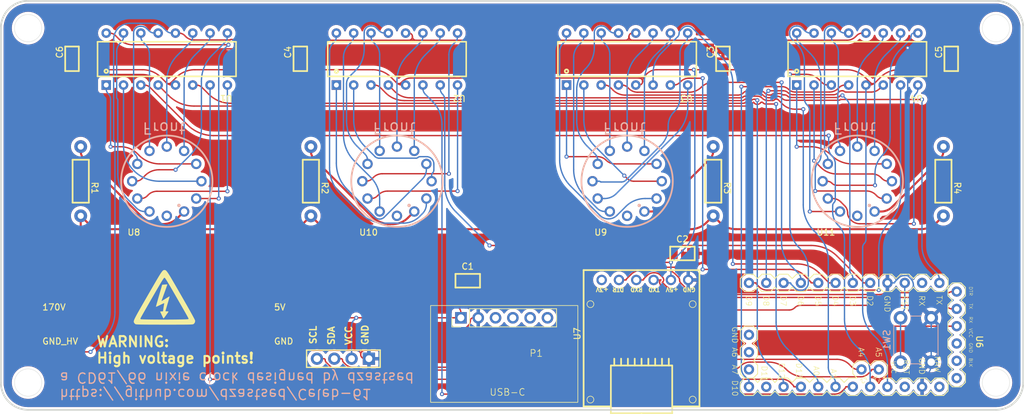
<source format=kicad_pcb>
(kicad_pcb (version 20240108) (generator "pcbnew") (generator_version "8.0")
  (layers (0 "F.Cu" signal "TopLayer") (31 "B.Cu" signal "BottomLayer") (34 "B.Paste" user "BottomPasteMaskLayer") (35 "F.Paste" user "TopPasteMaskLayer") (36 "B.SilkS" user "BottomSilkLayer") (37 "F.SilkS" user "TopSilkLayer") (38 "B.Mask" user "BottomSolderMaskLayer") (39 "F.Mask" user "TopSolderMaskLayer") (44 "Edge.Cuts" user "BoardOutLine"))
  (net 0 "")
  (net 1 "GND")
  (net 2 "+5V")
  (net 3 "SDA")
  (net 4 "SCL")
  (net 5 "170v")
  (net 6 "Net-(R1-Pad1)")
  (net 7 "Net-(R2-Pad1)")
  (net 8 "Net-(R3-Pad1)")
  (net 9 "U8-8")
  (net 10 "U8-9")
  (net 11 "A3")
  (net 12 "D3")
  (net 13 "B3")
  (net 14 "C3")
  (net 15 "U8-2")
  (net 16 "U8-3")
  (net 17 "U8-7")
  (net 18 "U8-6")
  (net 19 "U8-4")
  (net 20 "U8-5")
  (net 21 "U8-1")
  (net 22 "U8-0")
  (net 23 "U10-8")
  (net 24 "U10-9")
  (net 25 "A4")
  (net 26 "D4")
  (net 27 "B4")
  (net 28 "C4")
  (net 29 "U10-2")
  (net 30 "U10-3")
  (net 31 "U10-7")
  (net 32 "U10-6")
  (net 33 "U10-4")
  (net 34 "U10-5")
  (net 35 "U10-1")
  (net 36 "U10-0")
  (net 37 "U9-8")
  (net 38 "U9-9")
  (net 39 "A1")
  (net 40 "D1")
  (net 41 "B1")
  (net 42 "C1")
  (net 43 "U9-2")
  (net 44 "U9-3")
  (net 45 "U9-7")
  (net 46 "U9-6")
  (net 47 "U9-4")
  (net 48 "U9-5")
  (net 49 "U9-1")
  (net 50 "U9-0")
  (net 51 "U11-8")
  (net 52 "U11-9")
  (net 53 "A2")
  (net 54 "D2")
  (net 55 "B2")
  (net 56 "C2")
  (net 57 "U11-2")
  (net 58 "U11-3")
  (net 59 "U11-7")
  (net 60 "U11-6")
  (net 61 "U11-4")
  (net 62 "U11-5")
  (net 63 "U11-1")
  (net 64 "U11-0")
  (net 65 "Net-(R4-Pad1)")
  (net 78 "Net-(SW1-Pad1)")
  (net 82 "Net-(U7-DTR)")
  (net 83 "Net-(U6-RXI)")
  (net 84 "Net-(U6-TX0)")
  (net 85 "GND_HV")
  (footprint "20240226_214038:DIP16" (layer "F.Cu") (at 94.345 88.54)
    (property "Reference" "U1")
    (property "Value" "K155ID1/SN74141" (hide yes))
  )
  (footprint "20240226_214038:CAPACITOR-SMD-1206" (layer "F.Cu") (at 171.8 116.0615 180)
    (property "Reference" "C2")
    (property "Value" "10uF" (hide yes))
  )
  (footprint "20240226_214038:SOLDERPAD" (layer "F.Cu") (at 110 126.5)
    (property "Reference" "5V")
    (property "Value" "5V" (hide yes))
  )
  (footprint "20240226_214038:CAPACITOR-SMD-1206" (layer "F.Cu") (at 140.3 120.0615 180)
    (property "Reference" "C1")
    (property "Value" "10uF" (hide yes))
  )
  (footprint "20240226_214038:AXIAL-0.4" (layer "F.Cu") (at 208.284 106.46 -90)
    (property "Reference" "R4")
    (property "Value" "20k" (hide yes))
  )
  (footprint "20240226_214038:ZS-042-DS3231" (layer "F.Cu") (at 110.03 133.77 90)
    (property "Reference" "CLK1" (hide yes))
    (property "Value" "ZS_042/DS3231" (hide yes))
  )
  (footprint "20240226_214038:CAPACITOR-SMD-1206" (layer "F.Cu") (at 114.9385 90.2999 90)
    (property "Reference" "C4")
    (property "Value" "100nF" (hide yes))
  )
  (footprint "20240226_214038:SOLDERPAD" (layer "F.Cu") (at 110 131.5)
    (property "Reference" "GND")
    (property "Value" "GND" (hide yes))
  )
  (footprint "20240226_214038:USBC breakout" (layer "F.Cu") (at 148.55 132.2)
    (property "Reference" "P1")
    (property "Value" "USB_C_Plug_USB2.0")
  )
  (footprint "20240226_214038:AXIAL-0.4" (layer "F.Cu") (at 81.716 106.46 -90)
    (property "Reference" "R1")
    (property "Value" "20k" (hide yes))
  )
  (footprint "20240226_214038:AXIAL-0.4" (layer "F.Cu") (at 115.486 106.46 -90)
    (property "Reference" "R2")
    (property "Value" "20k" (hide yes))
  )
  (footprint "20240226_214038:DIP16" (layer "F.Cu") (at 128.115 88.54)
    (property "Reference" "U2")
    (property "Value" "K155ID1/SN74141" (hide yes))
  )
  (footprint "20240226_214038:CAPACITOR-SMD-1206" (layer "F.Cu") (at 176.9385 90.2999 90)
    (property "Reference" "C3")
    (property "Value" "100nF" (hide yes))
  )
  (footprint "20240226_214038:DIP16" (layer "F.Cu") (at 195.655 88.54)
    (property "Reference" "U4")
    (property "Value" "K155ID1/SN74141" (hide yes))
  )
  (footprint "Library:ARDUINOPROMINI_ARDUINO_PRO_MINI" (layer "F.Cu") (at 198.81 125.19 -90)
    (property "Reference" "U6")
    (property "Value" "ARDUINO PRO-MINI COPY" (hide yes))
  )
  (footprint "20240226_214038:DIP16" (layer "F.Cu") (at 161.885 88.54)
    (property "Reference" "U3")
    (property "Value" "K155ID1/SN74141" (hide yes))
  )
  (footprint "20240226_214038:AXIAL-0.4" (layer "F.Cu") (at 174.514 106.46 -90)
    (property "Reference" "R3")
    (property "Value" "20k" (hide yes))
  )
  (footprint "20240226_214038:CAPACITOR-SMD-1206" (layer "F.Cu") (at 81.4385 90.2999 90)
    (property "Reference" "C6")
    (property "Value" "100nF" (hide yes))
  )
  (footprint "20240226_214038:SOLDERPAD" (layer "F.Cu") (at 76 126.5)
    (property "Reference" "170V")
    (property "Value" "170V" (hide yes))
  )
  (footprint "LOGO" (layer "F.Cu") (at 94 123.5)
    (property "Reference" "G***" (hide yes))
    (property "Value" "LOGO" (hide yes))
  )
  (footprint "20240226_214038:USB_TO_TTL_CH340E" (layer "F.Cu") (at 164.4996 139.5001 90)
    (property "Reference" "U7")
    (property "Value" "USB_TO_TTL_CH340E" (hide yes))
  )
  (footprint "20240226_214038:SOLDERPAD" (layer "F.Cu") (at 76 131.5)
    (property "Reference" "GND_HV")
    (property "Value" "GND_HV" (hide yes))
  )
  (footprint "20240226_214038:CAPACITOR-SMD-1206" (layer "F.Cu") (at 210.4385 90.2999 90)
    (property "Reference" "C5")
    (property "Value" "100nF" (hide yes))
  )
  (footprint "20240226_214038:NEC_NIXIE_TUBE_CD66A_TOMAS5054" (layer "B.Cu") (at 128.115 106.46)
    (property "Reference" "U10")
    (property "Value" "Nixie_Tube_CD66_Tomas5054" (hide yes))
  )
  (footprint "20240226_214038:NEC_NIXIE_TUBE_CD66A_TOMAS5054" (layer "B.Cu") (at 161.885 106.46)
    (property "Reference" "U9")
    (property "Value" "Nixie_Tube_CD66_Tomas5054" (hide yes))
  )
  (footprint "Button_Switch_THT:SW_PUSH_6mm" (layer "B.Cu") (at 202 126.5 -90)
    (property "Reference" "SW1")
    (property "Value" "SW_Push")
  )
  (footprint "20240226_214038:NEC_NIXIE_TUBE_CD66A_TOMAS5054" (layer "B.Cu") (at 94.345 106.46)
    (property "Reference" "U8")
    (property "Value" "Nixie_Tube_CD66_Tomas5054" (hide yes))
  )
  (footprint "20240226_214038:NEC_NIXIE_TUBE_CD66A_TOMAS5054" (layer "B.Cu") (at 195.655 106.46)
    (property "Reference" "U11")
    (property "Value" "Nixie_Tube_CD66_Tomas5054" (hide yes))
  )
  (gr_circle (center 74 84) (end 72 84) (stroke (width 0.05)) (fill none) (layer "Edge.Cuts"))
  (gr_arc (start 219.9999 136) (mid 218.828356 138.828356) (end 216 139.9999) (stroke (width 0.254)) (layer "Edge.Cuts"))
  (gr_line (start 70 84) (end 70.0001 136) (stroke (width 0.254)) (layer "Edge.Cuts"))
  (gr_circle (center 74 136) (end 74 138) (stroke (width 0.05)) (fill none) (layer "Edge.Cuts"))
  (gr_line (start 74 139.9999) (end 216 139.9999) (stroke (width 0.254)) (layer "Edge.Cuts"))
  (gr_circle (center 216 84) (end 216 82) (stroke (width 0.05)) (fill none) (layer "Edge.Cuts"))
  (gr_line (start 216 80) (end 74 80) (stroke (width 0.254)) (layer "Edge.Cuts"))
  (gr_arc (start 74 139.9999) (mid 71.171644 138.828356) (end 70.0001 136) (stroke (width 0.254)) (layer "Edge.Cuts"))
  (gr_arc (start 70 84) (mid 71.171573 81.171573) (end 74 80) (stroke (width 0.254)) (layer "Edge.Cuts"))
  (gr_arc (start 216 80) (mid 218.828427 81.171573) (end 220 84) (stroke (width 0.254)) (layer "Edge.Cuts"))
  (gr_line (start 219.9999 136) (end 220 84) (stroke (width 0.254)) (layer "Edge.Cuts"))
  (gr_circle (center 216 136) (end 218 136) (stroke (width 0.05)) (fill none) (layer "Edge.Cuts"))
  (gr_text "https://github.com/dzastsed/Celeb-61\na CD61/66 nixie clock designed by dzastsed" (at 78.5 134.4 180) (layer "B.SilkS") (effects (font (size 1.5 1.5) (thickness 0.1875)) (justify left bottom mirror)))
  (gr_text "WARNING:\nHigh voltage points!" (at 83.9 133.3 0) (layer "F.SilkS") (effects (font (size 1.5 1.5) (thickness 0.3) (bold yes)) (justify left bottom)))
  (segment (start 170.76505 119.0828) (end 141.597232 119.0828) (width 0.2) (layer "F.Cu") (net 1))
  (segment (start 170.8496 118.99825) (end 170.8496 119.16735) (width 0.2) (layer "F.Cu") (net 1))
  (segment (start 200.08 121.974949) (end 200.08 121.38) (width 0.2) (layer "F.Cu") (net 1))
  (segment (start 175.561728 123.0873) (end 198.967649 123.0873) (width 0.2) (layer "F.Cu") (net 1))
  (segment (start 203.0506 86.8999) (end 209.4385 86.8999) (width 0.2) (layer "F.Cu") (net 1))
  (segment (start 122.7983 131.89915) (end 122.7983 131.888) (width 0.2) (layer "F.Cu") (net 1))
  (segment (start 110.112 131.388) (end 110 131.5) (width 0.2) (layer "F.Cu") (net 1))
  (segment (start 170.8496 119.16735) (end 170.8496 120.684175) (width 0.2) (layer "F.Cu") (net 1))
  (segment (start 172.289374 121.326174) (end 172.9819 122.0187) (width 0.2) (layer "F.Cu") (net 1))
  (segment (start 113.9385 86.8999) (end 112.93735 86.8999) (width 0.2) (layer "F.Cu") (net 1))
  (segment (start 170.909385 118.853914) (end 171.224849 118.538449) (width 0.2) (layer "F.Cu") (net 1))
  (segment (start 81.78295 87.0421) (end 112.594049 87.0421) (width 0.2) (layer "F.Cu") (net 1))
  (segment (start 123.39915 132.5) (end 124 132.5) (width 0.2) (layer "F.Cu") (net 1))
  (segment (start 175.9385 86.8999) (end 203.0494 86.8999) (width 0.2) (layer "F.Cu") (net 1))
  (segment (start 140.04 122.265797) (end 140.04 126.127775) (width 0.2) (layer "F.Cu") (net 1))
  (segment (start 171.6001 117.632516) (end 171.6001 117.0615) (width 0.2) (layer "F.Cu") (net 1))
  (segment (start 140.1001 122.120702) (end 140.1001 121.866526) (width 0.2) (layer "F.Cu") (net 1))
  (segment (start 171.115525 120.9501) (end 171.38145 120.9501) (width 0.2) (layer "F.Cu") (net 1))
  (segment (start 122.1863 131.276) (end 123.4103 131.276) (width 0.2) (layer "F.Cu") (net 1))
  (segment (start 132.672836 131.276) (end 123.4103 131.276) (width 0.2) (layer "F.Cu") (net 1))
  (segment (start 203.05 86.9005) (end 203.05 86.9011) (width 0.2) (layer "F.Cu") (net 1))
  (segment (start 140.1001 121.358174) (end 140.1001 121.866526) (width 0.2) (layer "F.Cu") (net 1))
  (segment (start 138.60033 127.602469) (end 136.520592 129.682207) (width 0.2) (layer "F.Cu") (net 1))
  (segment (start 203.0494 86.8999) (end 203.0506 86.8999) (width 0.2) (layer "F.Cu") (net 1))
  (segment (start 139.29555 126.5) (end 139.667775 126.5) (width 0.2) (layer "F.Cu") (net 1))
  (segment (start 140.1001 121.358174) (end 140.1001 120.51065) (width 0.2) (layer "F.Cu") (net 1))
  (segment (start 140.538599 119.521299) (end 140.489609 119.57029) (width 0.2) (layer "F.Cu") (net 1))
  (segment (start 122.1863 131.276) (end 110.382391 131.276) (width 0.2) (layer "F.Cu") (net 1))
  (segment (start 81.439649 86.8999) (end 80.4385 86.8999) (width 0.2) (layer "F.Cu") (net 1))
  (segment (start 113.9385 86.8999) (end 175.9385 86.8999) (width 0.2) (layer "F.Cu") (net 1))
  (via (at 203.05 86.9011) (size 0.6) (drill 0.3) (layers "F.Cu" "B.Cu") (net 1))
  (arc (start 138.8883 126.90725) (mid 139.00758 126.61928) (end 139.29555 126.5) (width 0.2) (layer "F.Cu") (net 1))
  (arc (start 199.7542 122.7615) (mid 199.393327 123.002627) (end 198.967649 123.0873) (width 0.2) (layer "F.Cu") (net 1))
  (arc (start 138.8883 126.90725) (mid 138.813459 127.283499) (end 138.60033 127.602469) (width 0.2) (layer "F.Cu") (net 1))
  (arc (start 170.76505 119.0828) (mid 170.824835 119.058035) (end 170.8496 118.99825) (width 0.2) (layer "F.Cu") (net 1))
  (arc (start 81.78295 87.0421) (mid 81.690053 87.023621) (end 81.6113 86.971) (width 0.2) (layer "F.Cu") (net 1))
  (arc (start 203.05 86.9005) (mid 203.049824 86.900075) (end 203.0494 86.8999) (width 0.2) (layer "F.Cu") (net 1))
  (arc (start 141.597232 119.0828) (mid 141.024304 119.196762) (end 140.538599 119.521299) (width 0.2) (layer "F.Cu") (net 1))
  (arc (start 112.7657 86.971) (mid 112.844453 86.918378) (end 112.93735 86.8999) (width 0.2) (layer "F.Cu") (net 1))
  (arc (start 112.594049 87.0421) (mid 112.686945 87.023621) (end 112.7657 86.971) (width 0.2) (layer "F.Cu") (net 1))
  (arc (start 140.1001 122.120702) (mid 140.09229 122.159964) (end 140.07005 122.19325) (width 0.2) (layer "F.Cu") (net 1))
  (arc (start 132.672836 131.276) (mid 134.755226 130.861786) (end 136.520592 129.682207) (width 0.2) (layer "F.Cu") (net 1))
  (arc (start 110.382391 131.276) (mid 110.236056 131.305107) (end 110.112 131.388) (width 0.2) (layer "F.Cu") (net 1))
  (arc (start 172.289374 121.326174) (mid 171.872815 121.047838) (end 171.38145 120.9501) (width 0.2) (layer "F.Cu") (net 1))
  (arc (start 170.76505 119.0828) (mid 170.824835 119.107564) (end 170.8496 119.16735) (width 0.2) (layer "F.Cu") (net 1))
  (arc (start 140.04 122.265797) (mid 140.047809 122.226534) (end 140.07005 122.19325) (width 0.2) (layer "F.Cu") (net 1))
  (arc (start 170.8496 120.684175) (mid 170.927487 120.872212) (end 171.115525 120.9501) (width 0.2) (layer "F.Cu") (net 1))
  (arc (start 170.909385 118.853914) (mid 170.865137 118.920135) (end 170.8496 118.99825) (width 0.2) (layer "F.Cu") (net 1))
  (arc (start 140.1001 120.51065) (mid 140.20133 120.00173) (end 140.489609 119.57029) (width 0.2) (layer "F.Cu") (net 1))
  (arc (start 140.04 126.127775) (mid 139.930977 126.390977) (end 139.667775 126.5) (width 0.2) (layer "F.Cu") (net 1))
  (arc (start 199.7542 122.7615) (mid 199.995327 122.400627) (end 200.08 121.974949) (width 0.2) (layer "F.Cu") (net 1))
  (arc (start 175.561728 123.0873) (mid 174.165535 122.809579) (end 172.9819 122.0187) (width 0.2) (layer "F.Cu") (net 1))
  (arc (start 122.7983 131.89915) (mid 122.974284 132.324015) (end 123.39915 132.5) (width 0.2) (layer "F.Cu") (net 1))
  (arc (start 122.7983 131.888) (mid 122.97755 131.45525) (end 123.4103 131.276) (width 0.2) (layer "F.Cu") (net 1))
  (arc (start 122.1863 131.276) (mid 122.619049 131.45525) (end 122.7983 131.888) (width 0.2) (layer "F.Cu") (net 1))
  (arc (start 81.6113 86.971) (mid 81.532545 86.918378) (end 81.439649 86.8999) (width 0.2) (layer "F.Cu") (net 1))
  (arc (start 171.224849 118.538449) (mid 171.502575 118.122803) (end 171.6001 117.632516) (width 0.2) (layer "F.Cu") (net 1))
  (arc (start 203.05 86.9005) (mid 203.050175 86.900075) (end 203.0506 86.8999) (width 0.2) (layer "F.Cu") (net 1))
  (segment (start 202.56205 120.3084) (end 203.047951 120.3084) (width 0.2) (layer "B.Cu") (net 1))
  (segment (start 201.0697 121.38) (end 200.08 121.38) (width 0.2) (layer "B.Cu") (net 1))
  (segment (start 201.182369 121.20133) (end 201.731115 120.652584) (width 0.2) (layer "B.Cu") (net 1))
  (segment (start 205.533246 135.191053) (end 205.890367 134.833932) (width 0.2) (layer "B.Cu") (net 1))
  (segment (start 205.16 136.09215) (end 205.16 136.62) (width 0.2) (layer "B.Cu") (net 1))
  (segment (start 206.5 126) (end 204.682001 124.182001) (width 0.2) (layer "B.Cu") (net 1))
  (segment (start 203.8899 121.744247) (end 203.8899 122.2697) (width 0.2) (layer "B.Cu") (net 1))
  (segment (start 203.05 86.9011) (end 203.05 120.306351) (width 0.2) (layer "B.Cu") (net 1))
  (segment (start 206.5 126) (end 206.5 130.7757) (width 0.2) (layer "B.Cu") (net 1))
  (segment (start 203.0494 120.309) (end 203.46935 120.72895) (width 0.2) (layer "B.Cu") (net 1))
  (segment (start 206.5 133.36215) (end 206.5 132.5) (width 0.2) (layer "B.Cu") (net 1))
  (segment (start 206.5 130.7757) (end 206.5 132.5) (width 0.2) (layer "B.Cu") (net 1))
  (arc (start 203.047951 120.3084) (mid 203.048735 120.308555) (end 203.0494 120.309) (width 0.2) (layer "B.Cu") (net 1))
  (arc (start 203.8899 122.2697) (mid 204.09576 123.304629) (end 204.682001 124.182001) (width 0.2) (layer "B.Cu") (net 1))
  (arc (start 203.0494 120.3078) (mid 203.049844 120.307135) (end 203.05 120.306351) (width 0.2) (layer "B.Cu") (net 1))
  (arc (start 202.56205 120.3084) (mid 202.112351 120.39785) (end 201.731115 120.652584) (width 0.2) (layer "B.Cu") (net 1))
  (arc (start 203.8899 121.744247) (mid 203.780602 121.194772) (end 203.46935 120.72895) (width 0.2) (layer "B.Cu") (net 1))
  (arc (start 203.0494 120.3078) (mid 203.049151 120.3084) (end 203.0494 120.309) (width 0.2) (layer "B.Cu") (net 1))
  (arc (start 201.0697 121.38) (mid 201.116369 121.360669) (end 201.1357 121.314) (width 0.2) (layer "B.Cu") (net 1))
  (arc (start 206.5 133.36215) (mid 206.341561 134.158672) (end 205.890367 134.833932) (width 0.2) (layer "B.Cu") (net 1))
  (arc (start 203.0494 120.3078) (mid 203.048735 120.308244) (end 203.047951 120.3084) (width 0.2) (layer "B.Cu") (net 1))
  (arc (start 201.182369 121.20133) (mid 201.147828 121.253023) (end 201.1357 121.314) (width 0.2) (layer "B.Cu") (net 1))
  (arc (start 205.533246 135.191053) (mid 205.257003 135.60448) (end 205.16 136.09215) (width 0.2) (layer "B.Cu") (net 1))
  (segment (start 201.76619 90.1) (end 209.4385 90.1) (width 0.2) (layer "F.Cu") (net 2))
  (segment (start 90.773809 90.1) (end 80.4385 90.1) (width 0.2) (layer "F.Cu") (net 2))
  (segment (start 137.5 126.136282) (end 137.5 125.772564) (width 0.2) (layer "F.Cu") (net 2))
  (segment (start 198.278824 91.996375) (end 199.050199 91.224999) (width 0.2) (layer "F.Cu") (net 2))
  (segment (start 94.968424 91.996375) (end 95.7398 91.225) (width 0.2) (layer "F.Cu") (net 2))
  (segment (start 113.9385 90.1) (end 124.543809 90.1) (width 0.2) (layer "F.Cu") (net 2))
  (segment (start 136.9 120.786075) (end 136.9 121.336925) (width 0.2) (layer "F.Cu") (net 2))
  (segment (start 128.898949 91.835849) (end 128.738424 91.996375) (width 0.2) (layer "F.Cu") (net 2))
  (segment (start 163.6551 92.35) (end 163.155 92.35) (width 0.2) (layer "F.Cu") (net 2))
  (segment (start 168.3096 118.3705) (end 168.3548 118.3253) (width 0.2) (layer "F.Cu") (net 2))
  (segment (start 163.64105 91.3217) (end 130.140217 91.3217) (width 0.2) (layer "F.Cu") (net 2))
  (segment (start 93.4898 91.225) (end 94.261175 91.996375) (width 0.2) (layer "F.Cu") (net 2))
  (segment (start 127.2598 91.225) (end 128.031175 91.996375) (width 0.2) (layer "F.Cu") (net 2))
  (segment (start 95.1149 92.35) (end 95.615 92.35) (width 0.2) (layer "F.Cu") (net 2))
  (segment (start 113.9385 90.1) (end 98.45579 90.1) (width 0.2) (layer "F.Cu") (net 2))
  (segment (start 168.4 118.216177) (end 168.4 117.0615) (width 0.2) (layer "F.Cu") (net 2))
  (segment (start 122.1391 126.5) (end 137.136282 126.5) (width 0.2) (layer "F.Cu") (net 2))
  (segment (start 164.766049 90.710849) (end 164.518758 90.958141) (width 0.2) (layer "F.Cu") (net 2))
  (segment (start 175.9385 90.1) (end 194.084209 90.1) (width 0.2) (layer "F.Cu") (net 2))
  (segment (start 168.3096 118.3705) (end 139.613104 118.3705) (width 0.2) (layer "F.Cu") (net 2))
  (segment (start 197.4251 92.35) (end 196.925 92.35) (width 0.2) (layer "F.Cu") (net 2))
  (segment (start 164.1552 91.83585) (end 164.1552 91.8499) (width 0.2) (layer "F.Cu") (net 2))
  (segment (start 128.8849 92.35) (end 129.385 92.35) (width 0.2) (layer "F.Cu") (net 2))
  (segment (start 136.9 120.51065) (end 136.9 120.786075) (width 0.2) (layer "F.Cu") (net 2))
  (segment (start 137.69465 119.16515) (end 137.289509 119.57029) (width 0.2) (layer "F.Cu") (net 2))
  (segment (start 171.6717 90.1) (end 166.240772 90.1) (width 0.2) (layer "F.Cu") (net 2))
  (segment (start 136.9 124.324035) (end 136.9 121.336925) (width 0.2) (layer "F.Cu") (net 2))
  (segment (start 197.571575 91.996375) (end 196.8002 91.225) (width 0.2) (layer "F.Cu") (net 2))
  (segment (start 175.9385 90.1) (end 171.6717 90.1) (width 0.2) (layer "F.Cu") (net 2))
  (segment (start 122.1391 126.5) (end 110 126.5) (width 0.2) (layer "F.Cu") (net 2))
  (via (at 122.1391 126.5) (size 0.6) (drill 0.3) (layers "F.Cu" "B.Cu") (net 2))
  (via (at 171.6717 90.1) (size 0.6) (drill 0.3) (layers "F.Cu" "B.Cu") (net 2))
  (via (at 168.3096 118.3705) (size 0.6) (drill 0.3) (layers "F.Cu" "B.Cu") (net 2))
  (arc (start 163.64105 91.3217) (mid 164.116062 91.227214) (end 164.518758 90.958141) (width 0.2) (layer "F.Cu") (net 2))
  (arc (start 128.8849 92.35) (mid 128.422867 92.258095) (end 128.031175 91.996375) (width 0.2) (layer "F.Cu") (net 2))
  (arc (start 128.8849 92.35) (mid 128.693519 92.222123) (end 128.738424 91.996375) (width 0.2) (layer "F.Cu") (net 2))
  (arc (start 136.9 120.51065) (mid 137.00123 120.00173) (end 137.289509 119.57029) (width 0.2) (layer "F.Cu") (net 2))
  (arc (start 95.1149 92.35) (mid 94.923519 92.222123) (end 94.968424 91.996375) (width 0.2) (layer "F.Cu") (net 2))
  (arc (start 93.4898 91.225) (mid 92.243692 90.392377) (end 90.773809 90.1) (width 0.2) (layer "F.Cu") (net 2))
  (arc (start 98.45579 90.1) (mid 96.985906 90.392377) (end 95.7398 91.225) (width 0.2) (layer "F.Cu") (net 2))
  (arc (start 194.084209 90.1) (mid 195.554092 90.392377) (end 196.8002 91.225) (width 0.2) (layer "F.Cu") (net 2))
  (arc (start 136.9 124.324035) (mid 136.977967 124.716004) (end 137.2 125.0483) (width 0.2) (layer "F.Cu") (net 2))
  (arc (start 137.69465 119.16515) (mid 138.574844 118.577022) (end 139.613104 118.3705) (width 0.2) (layer "F.Cu") (net 2))
  (arc (start 168.4 118.216177) (mid 168.388252 118.275234) (end 168.3548 118.3253) (width 0.2) (layer "F.Cu") (net 2))
  (arc (start 128.738424 91.996375) (mid 128.384799 92.142851) (end 128.031175 91.996375) (width 0.2) (layer "F.Cu") (net 2))
  (arc (start 164.1552 91.8499) (mid 164.008724 92.203524) (end 163.6551 92.35) (width 0.2) (layer "F.Cu") (net 2))
  (arc (start 137.5 126.136282) (mid 137.393469 126.393469) (end 137.136282 126.5) (width 0.2) (layer "F.Cu") (net 2))
  (arc (start 164.1552 91.83585) (mid 164.249685 91.360837) (end 164.518758 90.958141) (width 0.2) (layer "F.Cu") (net 2))
  (arc (start 198.278824 91.996375) (mid 197.925199 92.142851) (end 197.571575 91.996375) (width 0.2) (layer "F.Cu") (net 2))
  (arc (start 164.766049 90.710849) (mid 165.442658 90.258754) (end 166.240772 90.1) (width 0.2) (layer "F.Cu") (net 2))
  (arc (start 127.2598 91.225) (mid 126.013692 90.392377) (end 124.543809 90.1) (width 0.2) (layer "F.Cu") (net 2))
  (arc (start 95.1149 92.35) (mid 94.652867 92.258095) (end 94.261175 91.996375) (width 0.2) (layer "F.Cu") (net 2))
  (arc (start 199.050199 91.224999) (mid 200.296306 90.392377) (end 201.76619 90.1) (width 0.2) (layer "F.Cu") (net 2))
  (arc (start 128.898949 91.835849) (mid 129.468448 91.455322) (end 130.140217 91.3217) (width 0.2) (layer "F.Cu") (net 2))
  (arc (start 164.1552 91.83585) (mid 164.004608 91.472291) (end 163.64105 91.3217) (width 0.2) (layer "F.Cu") (net 2))
  (arc (start 137.2 125.0483) (mid 137.422032 125.380595) (end 137.5 125.772564) (width 0.2) (layer "F.Cu") (net 2))
  (arc (start 94.968424 91.996375) (mid 94.614799 92.142851) (end 94.261175 91.996375) (width 0.2) (layer "F.Cu") (net 2))
  (arc (start 198.278824 91.996375) (mid 197.887132 92.258095) (end 197.4251 92.35) (width 0.2) (layer "F.Cu") (net 2))
  (arc (start 197.571575 91.996375) (mid 197.616479 92.222123) (end 197.4251 92.35) (width 0.2) (layer "F.Cu") (net 2))
  (segment (start 196.925 115.002426) (end 196.925 92.35) (width 0.2) (layer "B.Cu") (net 2))
  (segment (start 170.225707 116.454392) (end 168.3096 118.3705) (width 0.2) (layer "B.Cu") (net 2))
  (segment (start 171.8195 112.606636) (end 171.8195 90.35231) (width 0.2) (layer "B.Cu") (net 2))
  (segment (start 121.46 127.659296) (end 121.46 132.5) (width 0.2) (layer "B.Cu") (net 2))
  (segment (start 200.08 133.335863) (end 200.08 136.62) (width 0.2) (layer "B.Cu") (net 2))
  (segment (start 198.486207 129.488107) (end 198.031492 129.033392) (width 0.2) (layer "B.Cu") (net 2))
  (segment (start 122.1391 126.5) (end 121.79955 126.83955) (width 0.2) (layer "B.Cu") (net 2))
  (segment (start 196.4377 125.185636) (end 196.4377 116.178873) (width 0.2) (layer "B.Cu") (net 2))
  (segment (start 168.3096 118.3705) (end 168.3096 120.9501) (width 0.2) (layer "B.Cu") (net 2))
  (segment (start 171.7456 90.1739) (end 171.6717 90.1) (width 0.2) (layer "B.Cu") (net 2))
  (arc (start 198.486207 129.488107) (mid 199.665786 131.253472) (end 200.08 133.335863) (width 0.2) (layer "B.Cu") (net 2))
  (arc (start 196.68135 115.59065) (mid 196.501022 115.860529) (end 196.4377 116.178873) (width 0.2) (layer "B.Cu") (net 2))
  (arc (start 198.031492 129.033392) (mid 196.851913 127.268026) (end 196.4377 125.185636) (width 0.2) (layer "B.Cu") (net 2))
  (arc (start 196.68135 115.59065) (mid 196.861677 115.32077) (end 196.925 115.002426) (width 0.2) (layer "B.Cu") (net 2))
  (arc (start 171.8195 112.606636) (mid 171.405286 114.689026) (end 170.225707 116.454392) (width 0.2) (layer "B.Cu") (net 2))
  (arc (start 171.7456 90.1739) (mid 171.800294 90.255755) (end 171.8195 90.35231) (width 0.2) (layer "B.Cu") (net 2))
  (arc (start 121.46 127.659296) (mid 121.548246 127.215652) (end 121.79955 126.83955) (width 0.2) (layer "B.Cu") (net 2))
  (segment (start 167.254013 133.7518) (end 121.621051 133.7518) (width 0.2) (layer "F.Cu") (net 3))
  (segment (start 194.47215 133.33785) (end 194.841053 133.706753) (width 0.2) (layer "F.Cu") (net 3))
  (segment (start 119.93495 132.5) (end 118.92 132.5) (width 0.2) (layer "F.Cu") (net 3))
  (segment (start 170.045086 132.5957) (end 192.680441 132.5957) (width 0.2) (layer "F.Cu") (net 3))
  (segment (start 195.74215 134.08) (end 196.27 134.08) (width 0.2) (layer "F.Cu") (net 3))
  (segment (start 120.56085 133.31265) (end 120.253752 133.005552) (width 0.2) (layer "F.Cu") (net 3))
  (arc (start 120.56085 133.31265) (mid 121.047274 133.637668) (end 121.621051 133.7518) (width 0.2) (layer "F.Cu") (net 3))
  (arc (start 194.841053 133.706753) (mid 195.25448 133.982996) (end 195.74215 134.08) (width 0.2) (layer "F.Cu") (net 3))
  (arc (start 194.47215 133.33785) (mid 193.650107 132.788578) (end 192.680441 132.5957) (width 0.2) (layer "F.Cu") (net 3))
  (arc (start 170.045086 132.5957) (mid 169.289827 132.74593) (end 168.64955 133.17375) (width 0.2) (layer "F.Cu") (net 3))
  (arc (start 119.93495 132.5) (mid 120.067002 132.554697) (end 120.1217 132.68675) (width 0.2) (layer "F.Cu") (net 3))
  (arc (start 167.254013 133.7518) (mid 168.009272 133.601569) (end 168.64955 133.17375) (width 0.2) (layer "F.Cu") (net 3))
  (arc (start 120.1217 132.68675) (mid 120.156019 132.859284) (end 120.253752 133.005552) (width 0.2) (layer "F.Cu") (net 3))
  (segment (start 117.39495 132.5) (end 116.38 132.5) (width 0.2) (layer "F.Cu") (net 4))
  (segment (start 197.8203 134.08) (end 198.81 134.08) (width 0.2) (layer "F.Cu") (net 4))
  (segment (start 182.637055 132.9974) (end 179.936921 132.9974) (width 0.2) (layer "F.Cu") (net 4))
  (segment (start 197.284149 134.682149) (end 197.70763 134.258669) (width 0.2) (layer "F.Cu") (net 4))
  (segment (start 119.799231 134.1725) (end 177.099978 134.1725) (width 0.2) (layer "F.Cu") (net 4))
  (segment (start 187.839444 135.1523) (end 196.149107 135.1523) (width 0.2) (layer "F.Cu") (net 4))
  (segment (start 117.713752 133.005552) (end 118.2312 133.523) (width 0.2) (layer "F.Cu") (net 4))
  (arc (start 185.23825 134.07485) (mid 184.044811 133.27742) (end 182.637055 132.9974) (width 0.2) (layer "F.Cu") (net 4))
  (arc (start 117.5817 132.68675) (mid 117.527002 132.554697) (end 117.39495 132.5) (width 0.2) (layer "F.Cu") (net 4))
  (arc (start 117.713752 133.005552) (mid 117.616019 132.859284) (end 117.5817 132.68675) (width 0.2) (layer "F.Cu") (net 4))
  (arc (start 179.936921 132.9974) (mid 179.16925 133.150099) (end 178.51845 133.58495) (width 0.2) (layer "F.Cu") (net 4))
  (arc (start 197.8203 134.08) (mid 197.77363 134.09933) (end 197.7543 134.146) (width 0.2) (layer "F.Cu") (net 4))
  (arc (start 118.2312 133.523) (mid 118.950618 134.0037) (end 119.799231 134.1725) (width 0.2) (layer "F.Cu") (net 4))
  (arc (start 197.70763 134.258669) (mid 197.74217 134.206976) (end 197.7543 134.146) (width 0.2) (layer "F.Cu") (net 4))
  (arc (start 178.51845 133.58495) (mid 177.867649 134.0198) (end 177.099978 134.1725) (width 0.2) (layer "F.Cu") (net 4))
  (arc (start 185.23825 134.07485) (mid 186.431688 134.872279) (end 187.839444 135.1523) (width 0.2) (layer "F.Cu") (net 4))
  (arc (start 197.284149 134.682149) (mid 196.763387 135.030111) (end 196.149107 135.1523) (width 0.2) (layer "F.Cu") (net 4))
  (segment (start 177.859929 113.5) (end 204.93807 113.5) (width 0.3) (layer "F.Cu") (net 5))
  (segment (start 175.494 112.52) (end 174.514 111.54) (width 0.3) (layer "F.Cu") (net 5))
  (segment (start 80.122207 122.377792) (end 76 126.5) (width 0.3) (layer "F.Cu") (net 5))
  (segment (start 112.14007 113.5) (end 85.061929 113.5) (width 0.3) (layer "F.Cu") (net 5))
  (segment (start 207.304 112.52) (end 208.284 111.54) (width 0.3) (layer "F.Cu") (net 5))
  (segment (start 82.696 112.52) (end 81.716 111.54) (width 0.3) (layer "F.Cu") (net 5))
  (segment (start 173.534 112.52) (end 174.514 111.54) (width 0.3) (layer "F.Cu") (net 5))
  (segment (start 81.716 118.530036) (end 81.716 111.54) (width 0.3) (layer "F.Cu") (net 5))
  (segment (start 118.831929 113.5) (end 171.16807 113.5) (width 0.3) (layer "F.Cu") (net 5))
  (segment (start 115.486 111.54) (end 116.466 112.52) (width 0.3) (layer "F.Cu") (net 5))
  (segment (start 115.486 111.54) (end 114.506 112.52) (width 0.3) (layer "F.Cu") (net 5))
  (arc (start 81.716 118.530036) (mid 81.301786 120.612426) (end 80.122207 122.377792) (width 0.3) (layer "F.Cu") (net 5))
  (arc (start 112.14007 113.5) (mid 113.420502 113.245306) (end 114.506 112.52) (width 0.3) (layer "F.Cu") (net 5))
  (arc (start 173.534 112.52) (mid 172.448502 113.245306) (end 171.16807 113.5) (width 0.3) (layer "F.Cu") (net 5))
  (arc (start 118.831929 113.5) (mid 117.551497 113.245306) (end 116.466 112.52) (width 0.3) (layer "F.Cu") (net 5))
  (arc (start 177.859929 113.5) (mid 176.579497 113.245306) (end 175.494 112.52) (width 0.3) (layer "F.Cu") (net 5))
  (arc (start 207.304 112.52) (mid 206.218502 113.245306) (end 204.93807 113.5) (width 0.3) (layer "F.Cu") (net 5))
  (arc (start 82.696 112.52) (mid 83.781497 113.245306) (end 85.061929 113.5) (width 0.3) (layer "F.Cu") (net 5))
  (segment (start 82.188347 103.188347) (end 90.590223 111.590223) (width 0.3) (layer "F.Cu") (net 6))
  (segment (start 95.9615 111.8285) (end 96.885 110.905) (width 0.3) (layer "F.Cu") (net 6))
  (segment (start 81.716 102.048) (end 81.716 101.38) (width 0.3) (layer "F.Cu") (net 6))
  (segment (start 93.731973 112.752) (end 93.395 112.752) (width 0.3) (layer "F.Cu") (net 6))
  (arc (start 81.716 102.048) (mid 81.838758 102.665151) (end 82.188347 103.188347) (width 0.3) (layer "F.Cu") (net 6))
  (arc (start 90.590223 111.590223) (mid 91.877065 112.450063) (end 93.395 112.752) (width 0.3) (layer "F.Cu") (net 6))
  (arc (start 95.9615 111.8285) (mid 94.938584 112.51199) (end 93.731973 112.752) (width 0.3) (layer "F.Cu") (net 6))
  (segment (start 115.486 102.0445) (end 115.486 101.38) (width 0.3) (layer "F.Cu") (net 7))
  (segment (start 124.369698 111.592698) (end 115.955872 103.178872) (width 0.3) (layer "F.Cu") (net 7))
  (segment (start 129.7315 111.8285) (end 130.655 110.905) (width 0.3) (layer "F.Cu") (net 7))
  (segment (start 127.1685 112.752) (end 127.501973 112.752) (width 0.3) (layer "F.Cu") (net 7))
  (arc (start 124.369698 111.592698) (mid 125.653799 112.450707) (end 127.1685 112.752) (width 0.3) (layer "F.Cu") (net 7))
  (arc (start 129.7315 111.8285) (mid 128.708584 112.51199) (end 127.501973 112.752) (width 0.3) (layer "F.Cu") (net 7))
  (arc (start 115.486 102.0445) (mid 115.608115 102.658417) (end 115.955872 103.178872) (width 0.3) (layer "F.Cu") (net 7))
  (segment (start 165.3715 110.905) (end 164.425 110.905) (width 0.3) (layer "F.Cu") (net 8))
  (segment (start 174.044127 103.178872) (end 166.987276 110.235723) (width 0.3) (layer "F.Cu") (net 8))
  (segment (start 174.514 102.0445) (end 174.514 101.38) (width 0.3) (layer "F.Cu") (net 8))
  (arc (start 165.3715 110.905) (mid 166.245951 110.73106) (end 166.987276 110.235723) (width 0.3) (layer "F.Cu") (net 8))
  (arc (start 174.044127 103.178872) (mid 174.391883 102.658417) (end 174.514 102.0445) (width 0.3) (layer "F.Cu") (net 8))
  (segment (start 90.040594 102.429294) (end 90.27105 102.65975) (width 0.2) (layer "F.Cu") (net 9))
  (segment (start 86.0981 101.3995) (end 87.55445 101.3995) (width 0.2) (layer "F.Cu") (net 9))
  (segment (start 93.313562 103.92) (end 98.663 103.92) (width 0.2) (layer "F.Cu") (net 9))
  (via (at 86.0981 101.3995) (size 0.6) (drill 0.3) (layers "F.Cu" "B.Cu") (net 9))
  (arc (start 90.27105 102.65975) (mid 91.666966 103.592471) (end 93.313562 103.92) (width 0.2) (layer "F.Cu") (net 9))
  (arc (start 90.040594 102.429294) (mid 88.899941 101.667134) (end 87.55445 101.3995) (width 0.2) (layer "F.Cu") (net 9))
  (segment (start 85.455 92.895459) (end 85.455 92.35) (width 0.2) (layer "B.Cu") (net 9))
  (segment (start 86.0981 101.3995) (end 86.0981 94.44804) (width 0.2) (layer "B.Cu") (net 9))
  (arc (start 85.77655 93.67175) (mid 86.014531 94.027914) (end 86.0981 94.44804) (width 0.2) (layer "B.Cu") (net 9))
  (arc (start 85.455 92.895459) (mid 85.538568 93.315584) (end 85.77655 93.67175) (width 0.2) (layer "B.Cu") (net 9))
  (segment (start 93.231891 106.46) (end 99.425 106.46) (width 0.2) (layer "B.Cu") (net 10))
  (segment (start 87.995 101.223108) (end 87.995 92.35) (width 0.2) (layer "B.Cu") (net 10))
  (arc (start 93.231891 106.46) (mid 91.227819 106.061365) (end 89.52885 104.92615) (width 0.2) (layer "B.Cu") (net 10))
  (arc (start 89.52885 104.92615) (mid 88.393634 103.227179) (end 87.995 101.223108) (width 0.2) (layer "B.Cu") (net 10))
  (segment (start 191.455 99.767) (end 101.206163 99.767) (width 0.2) (layer "F.Cu") (net 11))
  (segment (start 91.0351 92.35) (end 90.535 92.35) (width 0.2) (layer "F.Cu") (net 11))
  (segment (start 91.888824 92.703624) (end 97.358407 98.173207) (width 0.2) (layer "F.Cu") (net 11))
  (via (at 191.455 99.767) (size 0.6) (drill 0.3) (layers "F.Cu" "B.Cu") (net 11))
  (arc (start 91.0351 92.35) (mid 91.497132 92.441903) (end 91.888824 92.703624) (width 0.2) (layer "F.Cu") (net 11))
  (arc (start 97.358407 98.173207) (mid 99.123772 99.352786) (end 101.206163 99.767) (width 0.2) (layer "F.Cu") (net 11))
  (segment (start 193.7768 126.681236) (end 193.7768 115.073561) (width 0.2) (layer "B.Cu") (net 11))
  (segment (start 197.54 134.6592) (end 197.54 136.62) (width 0.2) (layer "B.Cu") (net 11))
  (segment (start 192.0402 110.95505) (end 192.0402 110.074821) (width 0.2) (layer "B.Cu") (net 11))
  (segment (start 191.455 99.767) (end 191.455 101.57248) (width 0.2) (layer "B.Cu") (net 11))
  (segment (start 192.856165 112.924965) (end 192.9085 112.9773) (width 0.2) (layer "B.Cu") (net 11))
  (segment (start 192.4273 103.919819) (end 192.4273 109.140278) (width 0.2) (layer "B.Cu") (net 11))
  (segment (start 195.370592 130.528992) (end 196.153505 131.311905) (width 0.2) (layer "B.Cu") (net 11))
  (arc (start 191.94115 102.74615) (mid 191.581346 102.207665) (end 191.455 101.57248) (width 0.2) (layer "B.Cu") (net 11))
  (arc (start 192.856165 112.924965) (mid 192.252262 112.02116) (end 192.0402 110.95505) (width 0.2) (layer "B.Cu") (net 11))
  (arc (start 192.4273 103.919819) (mid 192.300953 103.284634) (end 191.94115 102.74615) (width 0.2) (layer "B.Cu") (net 11))
  (arc (start 192.23375 109.60755) (mid 192.090502 109.821935) (end 192.0402 110.074821) (width 0.2) (layer "B.Cu") (net 11))
  (arc (start 193.7768 126.681236) (mid 194.191013 128.763626) (end 195.370592 130.528992) (width 0.2) (layer "B.Cu") (net 11))
  (arc (start 192.9085 112.9773) (mid 193.551136 113.939072) (end 193.7768 115.073561) (width 0.2) (layer "B.Cu") (net 11))
  (arc (start 197.54 134.6592) (mid 197.179661 132.847657) (end 196.153505 131.311905) (width 0.2) (layer "B.Cu") (net 11))
  (arc (start 192.23375 109.60755) (mid 192.376997 109.393163) (end 192.4273 109.140278) (width 0.2) (layer "B.Cu") (net 11))
  (segment (start 98.336644 95.4322) (end 179.474541 95.4322) (width 0.2) (layer "F.Cu") (net 12))
  (segment (start 181.39025 95.01975) (end 181.489929 94.92007) (width 0.2) (layer "F.Cu") (net 12))
  (segment (start 180.1469 95.1537) (end 180.425364 94.875235) (width 0.2) (layer "F.Cu") (net 12))
  (segment (start 180.57825 95.02795) (end 180.425535 94.875235) (width 0.2) (layer "F.Cu") (net 12))
  (segment (start 94.6161 93.8911) (end 93.075 92.35) (width 0.2) (layer "F.Cu") (net 12))
  (segment (start 183.7412 95.1286) (end 182.185077 95.1286) (width 0.2) (layer "F.Cu") (net 12))
  (segment (start 181.8594 94.9937) (end 181.78577 94.92007) (width 0.2) (layer "F.Cu") (net 12))
  (segment (start 181.001682 95.1807) (end 180.947021 95.1807) (width 0.2) (layer "F.Cu") (net 12))
  (via (at 183.7412 95.1286) (size 0.6) (drill 0.3) (layers "F.Cu" "B.Cu") (net 12))
  (arc (start 181.8594 94.9937) (mid 182.008821 95.09354) (end 182.185077 95.1286) (width 0.2) (layer "F.Cu") (net 12))
  (arc (start 181.63785 94.8588) (mid 181.717903 94.874723) (end 181.78577 94.92007) (width 0.2) (layer "F.Cu") (net 12))
  (arc (start 180.42545 94.8752) (mid 180.425403 94.875209) (end 180.425364 94.875235) (width 0.2) (layer "F.Cu") (net 12))
  (arc (start 180.947021 95.1807) (mid 180.747443 95.141001) (end 180.57825 95.02795) (width 0.2) (layer "F.Cu") (net 12))
  (arc (start 98.336644 95.4322) (mid 96.3231 95.031681) (end 94.6161 93.8911) (width 0.2) (layer "F.Cu") (net 12))
  (arc (start 180.42545 94.8752) (mid 180.425496 94.875209) (end 180.425535 94.875235) (width 0.2) (layer "F.Cu") (net 12))
  (arc (start 181.63785 94.8588) (mid 181.557795 94.874723) (end 181.489929 94.92007) (width 0.2) (layer "F.Cu") (net 12))
  (arc (start 181.001682 95.1807) (mid 181.211973 95.13887) (end 181.39025 95.01975) (width 0.2) (layer "F.Cu") (net 12))
  (arc (start 180.1469 95.1537) (mid 179.838419 95.35982) (end 179.474541 95.4322) (width 0.2) (layer "F.Cu") (net 12))
  (segment (start 189.546753 135.191053) (end 185.334992 130.979292) (width 0.2) (layer "B.Cu") (net 12))
  (segment (start 189.92 136.09215) (end 189.92 136.62) (width 0.2) (layer "B.Cu") (net 12))
  (segment (start 183.7412 95.1286) (end 183.7412 127.131536) (width 0.2) (layer "B.Cu") (net 12))
  (arc (start 185.334992 130.979292) (mid 184.155413 129.213926) (end 183.7412 127.131536) (width 0.2) (layer "B.Cu") (net 12))
  (arc (start 189.546753 135.191053) (mid 189.822996 135.60448) (end 189.92 136.09215) (width 0.2) (layer "B.Cu") (net 12))
  (segment (start 179.534305 94.7806) (end 179.70331 94.7806) (width 0.2) (layer "F.Cu") (net 13))
  (segment (start 180.9801 94.579) (end 180.90505 94.50395) (width 0.2) (layer "F.Cu") (net 13))
  (segment (start 178.930994 95.0305) (end 103.731099 95.0305) (width 0.2) (layer "F.Cu") (net 13))
  (segment (start 98.6551 92.35) (end 98.155 92.35) (width 0.2) (layer "F.Cu") (net 13))
  (segment (start 180.723863 94.4289) (end 180.552389 94.4289) (width 0.2) (layer "F.Cu") (net 13))
  (segment (start 100.49545 93.69025) (end 99.508824 92.703624) (width 0.2) (layer "F.Cu") (net 13))
  (via (at 180.9801 94.579) (size 0.6) (drill 0.3) (layers "F.Cu" "B.Cu") (net 13))
  (arc (start 178.930994 95.0305) (mid 179.094249 94.998026) (end 179.23265 94.90555) (width 0.2) (layer "F.Cu") (net 13))
  (arc (start 98.6551 92.35) (mid 99.117132 92.441903) (end 99.508824 92.703624) (width 0.2) (layer "F.Cu") (net 13))
  (arc (start 180.723863 94.4289) (mid 180.82192 94.448404) (end 180.90505 94.50395) (width 0.2) (layer "F.Cu") (net 13))
  (arc (start 180.552389 94.4289) (mid 180.32263 94.474601) (end 180.12785 94.60475) (width 0.2) (layer "F.Cu") (net 13))
  (arc (start 179.534305 94.7806) (mid 179.37105 94.813073) (end 179.23265 94.90555) (width 0.2) (layer "F.Cu") (net 13))
  (arc (start 179.70331 94.7806) (mid 179.933069 94.734898) (end 180.12785 94.60475) (width 0.2) (layer "F.Cu") (net 13))
  (arc (start 100.49545 93.69025) (mid 101.979978 94.68218) (end 103.731099 95.0305) (width 0.2) (layer "F.Cu") (net 13))
  (segment (start 184.84 136.09215) (end 184.84 136.62) (width 0.2) (layer "B.Cu") (net 13))
  (segment (start 180.9801 129.450436) (end 180.9801 94.579) (width 0.2) (layer "B.Cu") (net 13))
  (segment (start 182.573892 133.298192) (end 184.466753 135.191053) (width 0.2) (layer "B.Cu") (net 13))
  (arc (start 180.9801 129.450436) (mid 181.394313 131.532826) (end 182.573892 133.298192) (width 0.2) (layer "B.Cu") (net 13))
  (arc (start 184.84 136.09215) (mid 184.742996 135.60448) (end 184.466753 135.191053) (width 0.2) (layer "B.Cu") (net 13))
  (segment (start 186.3903 136.62) (end 187.38 136.62) (width 0.2) (layer "F.Cu") (net 14))
  (segment (start 185.8414 136.0051) (end 186.27763 136.44133) (width 0.2) (layer "F.Cu") (net 14))
  (segment (start 184.675576 135.5222) (end 100.695 135.5222) (width 0.2) (layer "F.Cu") (net 14))
  (via (at 100.695 135.5222) (size 0.6) (drill 0.3) (layers "F.Cu" "B.Cu") (net 14))
  (arc (start 186.3243 136.554) (mid 186.31217 136.493023) (end 186.27763 136.44133) (width 0.2) (layer "F.Cu") (net 14))
  (arc (start 186.3903 136.62) (mid 186.34363 136.600669) (end 186.3243 136.554) (width 0.2) (layer "F.Cu") (net 14))
  (arc (start 185.8414 136.0051) (mid 185.306515 135.647701) (end 184.675576 135.5222) (width 0.2) (layer "F.Cu") (net 14))
  (segment (start 100.695 135.5222) (end 100.695 92.35) (width 0.2) (layer "B.Cu") (net 14))
  (segment (start 90.55885 109) (end 90.027 109) (width 0.2) (layer "F.Cu") (net 15))
  (segment (start 92.906549 107.9363) (end 103.235 107.9363) (width 0.2) (layer "F.Cu") (net 15))
  (segment (start 91.62255 108.46815) (end 91.466774 108.623925) (width 0.2) (layer "F.Cu") (net 15))
  (via (at 103.235 107.9363) (size 0.6) (drill 0.3) (layers "F.Cu" "B.Cu") (net 15))
  (arc (start 90.55885 109) (mid 91.050215 108.902261) (end 91.466774 108.623925) (width 0.2) (layer "F.Cu") (net 15))
  (arc (start 92.906549 107.9363) (mid 92.211653 108.074523) (end 91.62255 108.46815) (width 0.2) (layer "F.Cu") (net 15))
  (segment (start 103.235 107.9363) (end 103.235 92.35) (width 0.2) (layer "B.Cu") (net 15))
  (segment (start 90.704774 106.083925) (end 91.16835 105.62035) (width 0.2) (layer "F.Cu") (net 16))
  (segment (start 93.195444 104.7807) (end 95.63 104.7807) (width 0.2) (layer "F.Cu") (net 16))
  (segment (start 89.79685 106.46) (end 89.265 106.46) (width 0.2) (layer "F.Cu") (net 16))
  (via (at 95.63 104.7807) (size 0.6) (drill 0.3) (layers "F.Cu" "B.Cu") (net 16))
  (arc (start 91.16835 105.62035) (mid 92.098388 104.998917) (end 93.195444 104.7807) (width 0.2) (layer "F.Cu") (net 16))
  (arc (start 90.704774 106.083925) (mid 90.288215 106.362261) (end 89.79685 106.46) (width 0.2) (layer "F.Cu") (net 16))
  (segment (start 102.881375 86.083824) (end 101.018792 87.946406) (width 0.2) (layer "B.Cu") (net 16))
  (segment (start 97.831207 102.579492) (end 95.63 104.7807) (width 0.2) (layer "B.Cu") (net 16))
  (segment (start 103.235 85.2301) (end 103.235 84.73) (width 0.2) (layer "B.Cu") (net 16))
  (segment (start 99.425 91.794163) (end 99.425 98.731736) (width 0.2) (layer "B.Cu") (net 16))
  (arc (start 99.425 91.794163) (mid 99.839213 89.711772) (end 101.018792 87.946406) (width 0.2) (layer "B.Cu") (net 16))
  (arc (start 102.881375 86.083824) (mid 103.143095 85.692132) (end 103.235 85.2301) (width 0.2) (layer "B.Cu") (net 16))
  (arc (start 97.831207 102.579492) (mid 99.010786 100.814126) (end 99.425 98.731736) (width 0.2) (layer "B.Cu") (net 16))
  (segment (start 100.695 85.2301) (end 100.695 84.73) (width 0.2) (layer "B.Cu") (net 17))
  (segment (start 96.885 91.794163) (end 96.885 102.015) (width 0.2) (layer "B.Cu") (net 17))
  (segment (start 100.341375 86.083824) (end 98.478792 87.946407) (width 0.2) (layer "B.Cu") (net 17))
  (arc (start 100.341375 86.083824) (mid 100.603095 85.692132) (end 100.695 85.2301) (width 0.2) (layer "B.Cu") (net 17))
  (arc (start 96.885 91.794163) (mid 97.299213 89.711772) (end 98.478792 87.946407) (width 0.2) (layer "B.Cu") (net 17))
  (segment (start 94.345 91.794163) (end 94.345 101.38) (width 0.2) (layer "B.Cu") (net 18))
  (segment (start 98.155 85.2301) (end 98.155 84.73) (width 0.2) (layer "B.Cu") (net 18))
  (segment (start 95.938792 87.946407) (end 97.801375 86.083824) (width 0.2) (layer "B.Cu") (net 18))
  (arc (start 95.938792 87.946407) (mid 94.759213 89.711772) (end 94.345 91.794163) (width 0.2) (layer "B.Cu") (net 18))
  (arc (start 97.801375 86.083824) (mid 98.063095 85.692132) (end 98.155 85.2301) (width 0.2) (layer "B.Cu") (net 18))
  (segment (start 90.444483 83.7244) (end 90.5562 83.7244) (width 0.2) (layer "B.Cu") (net 19))
  (segment (start 89.4757 101.915172) (end 89.4757 84.693183) (width 0.2) (layer "B.Cu") (net 19))
  (segment (start 92.5749 84.73) (end 93.075 84.73) (width 0.2) (layer "B.Cu") (net 19))
  (segment (start 91.431945 84.087145) (end 91.721175 84.376375) (width 0.2) (layer "B.Cu") (net 19))
  (segment (start 90.027 103.246127) (end 90.027 103.92) (width 0.2) (layer "B.Cu") (net 19))
  (arc (start 91.431945 84.087145) (mid 91.030149 83.818674) (end 90.5562 83.7244) (width 0.2) (layer "B.Cu") (net 19))
  (arc (start 89.4757 84.693183) (mid 89.549444 84.322445) (end 89.75945 84.00815) (width 0.2) (layer "B.Cu") (net 19))
  (arc (start 90.444483 83.7244) (mid 90.073745 83.798144) (end 89.75945 84.00815) (width 0.2) (layer "B.Cu") (net 19))
  (arc (start 89.4757 101.915172) (mid 89.547339 102.275326) (end 89.75135 102.58065) (width 0.2) (layer "B.Cu") (net 19))
  (arc (start 89.75135 102.58065) (mid 89.95536 102.885973) (end 90.027 103.246127) (width 0.2) (layer "B.Cu") (net 19))
  (arc (start 92.5749 84.73) (mid 92.112867 84.638095) (end 91.721175 84.376375) (width 0.2) (layer "B.Cu") (net 19))
  (segment (start 90.888624 86.083824) (end 91.17 86.3652) (width 0.2) (layer "B.Cu") (net 20))
  (segment (start 91.805 87.898225) (end 91.805 102.015) (width 0.2) (layer "B.Cu") (net 20))
  (segment (start 90.535 85.2301) (end 90.535 84.73) (width 0.2) (layer "B.Cu") (net 20))
  (arc (start 90.888624 86.083824) (mid 90.626903 85.692132) (end 90.535 85.2301) (width 0.2) (layer "B.Cu") (net 20))
  (arc (start 91.805 87.898225) (mid 91.639968 87.068557) (end 91.17 86.3652) (width 0.2) (layer "B.Cu") (net 20))
  (segment (start 86.9911 87.443964) (end 86.9911 94.160598) (width 0.2) (layer "B.Cu") (net 21))
  (segment (start 87.995 85.2301) (end 87.995 84.73) (width 0.2) (layer "B.Cu") (net 21))
  (segment (start 87.156 94.558701) (end 87.156 105.409536) (width 0.2) (layer "B.Cu") (net 21))
  (segment (start 91.10125 110.905) (end 91.805 110.905) (width 0.2) (layer "B.Cu") (net 21))
  (segment (start 88.749792 109.257292) (end 89.899873 110.407373) (width 0.2) (layer "B.Cu") (net 21))
  (segment (start 87.641375 86.083824) (end 87.49305 86.23215) (width 0.2) (layer "B.Cu") (net 21))
  (arc (start 86.9911 87.443964) (mid 87.121552 86.788135) (end 87.49305 86.23215) (width 0.2) (layer "B.Cu") (net 21))
  (arc (start 87.156 94.558701) (mid 87.134571 94.450975) (end 87.07355 94.35965) (width 0.2) (layer "B.Cu") (net 21))
  (arc (start 86.9911 94.160598) (mid 87.012528 94.268324) (end 87.07355 94.35965) (width 0.2) (layer "B.Cu") (net 21))
  (arc (start 87.641375 86.083824) (mid 87.903095 85.692132) (end 87.995 85.2301) (width 0.2) (layer "B.Cu") (net 21))
  (arc (start 89.899873 110.407373) (mid 90.451069 110.77567) (end 91.10125 110.905) (width 0.2) (layer "B.Cu") (net 21))
  (arc (start 88.749792 109.257292) (mid 87.570213 107.491926) (end 87.156 105.409536) (width 0.2) (layer "B.Cu") (net 21))
  (segment (start 85.9551 84.73) (end 85.455 84.73) (width 0.2) (layer "F.Cu") (net 22))
  (segment (start 103.3866 86.4404) (end 89.375035 86.4404) (width 0.2) (layer "F.Cu") (net 22))
  (segment (start 101.965 109) (end 98.663 109) (width 0.2) (layer "F.Cu") (net 22))
  (segment (start 86.808824 85.083624) (end 87.3104 85.5852) (width 0.2) (layer "F.Cu") (net 22))
  (via (at 103.3866 86.4404) (size 0.6) (drill 0.3) (layers "F.Cu" "B.Cu") (net 22))
  (via (at 101.965 109) (size 0.6) (drill 0.3) (layers "F.Cu" "B.Cu") (net 22))
  (arc (start 85.9551 84.73) (mid 86.417132 84.821903) (end 86.808824 85.083624) (width 0.2) (layer "F.Cu") (net 22))
  (arc (start 87.3104 85.5852) (mid 88.257662 86.21814) (end 89.375035 86.4404) (width 0.2) (layer "F.Cu") (net 22))
  (segment (start 101.965 109) (end 101.965 88.867223) (width 0.2) (layer "B.Cu") (net 22))
  (segment (start 103.3866 86.4404) (end 102.6758 87.1512) (width 0.2) (layer "B.Cu") (net 22))
  (arc (start 102.6758 87.1512) (mid 102.14973 87.938518) (end 101.965 88.867223) (width 0.2) (layer "B.Cu") (net 22))
  (segment (start 126.245388 111.73891) (end 131.856248 106.128051) (width 0.2) (layer "B.Cu") (net 23))
  (segment (start 119.225 103.811636) (end 119.225 92.35) (width 0.2) (layer "B.Cu") (net 23))
  (segment (start 124.898311 111.738911) (end 120.818792 107.659392) (width 0.2) (layer "B.Cu") (net 23))
  (segment (start 132.433 104.73565) (end 132.433 103.92) (width 0.2) (layer "B.Cu") (net 23))
  (arc (start 124.898311 111.738911) (mid 125.207333 111.945393) (end 125.57185 112.0179) (width 0.2) (layer "B.Cu") (net 23))
  (arc (start 119.225 103.811636) (mid 119.639213 105.894026) (end 120.818792 107.659392) (width 0.2) (layer "B.Cu") (net 23))
  (arc (start 126.245388 111.73891) (mid 125.936366 111.945392) (end 125.57185 112.0179) (width 0.2) (layer "B.Cu") (net 23))
  (arc (start 132.433 104.73565) (mid 132.283107 105.489212) (end 131.856248 106.128051) (width 0.2) (layer "B.Cu") (net 23))
  (segment (start 125.47901 103.0787) (end 130.938339 103.0787) (width 0.2) (layer "B.Cu") (net 24))
  (segment (start 133.195 105.633463) (end 133.195 106.46) (width 0.2) (layer "B.Cu") (net 24))
  (segment (start 123.358792 101.306892) (end 124.884237 102.832337) (width 0.2) (layer "B.Cu") (net 24))
  (segment (start 133.5304 103.943556) (end 133.5304 104.823736) (width 0.2) (layer "B.Cu") (net 24))
  (segment (start 121.765 97.459136) (end 121.765 92.35) (width 0.2) (layer "B.Cu") (net 24))
  (segment (start 131.47526 102.8563) (end 132.443143 102.8563) (width 0.2) (layer "B.Cu") (net 24))
  (arc (start 123.358792 101.306892) (mid 122.179213 99.541526) (end 121.765 97.459136) (width 0.2) (layer "B.Cu") (net 24))
  (arc (start 131.47526 102.8563) (mid 131.32997 102.885199) (end 131.2068 102.9675) (width 0.2) (layer "B.Cu") (net 24))
  (arc (start 133.5304 103.943556) (mid 133.447637 103.527481) (end 133.21195 103.17475) (width 0.2) (layer "B.Cu") (net 24))
  (arc (start 133.195 105.633463) (mid 133.238583 105.414352) (end 133.3627 105.2286) (width 0.2) (layer "B.Cu") (net 24))
  (arc (start 132.443143 102.8563) (mid 132.859218 102.939062) (end 133.21195 103.17475) (width 0.2) (layer "B.Cu") (net 24))
  (arc (start 125.47901 103.0787) (mid 125.157121 103.014672) (end 124.884237 102.832337) (width 0.2) (layer "B.Cu") (net 24))
  (arc (start 131.2068 102.9675) (mid 131.083629 103.0498) (end 130.938339 103.0787) (width 0.2) (layer "B.Cu") (net 24))
  (arc (start 133.3627 105.2286) (mid 133.486816 105.042846) (end 133.5304 104.823736) (width 0.2) (layer "B.Cu") (net 24))
  (segment (start 179.368005 94.3789) (end 179.501555 94.3789) (width 0.2) (layer "F.Cu") (net 25))
  (segment (start 129.195354 94.6288) (end 178.764694 94.6288) (width 0.2) (layer "F.Cu") (net 25))
  (segment (start 182.507374 94.6195) (end 183.243212 94.6195) (width 0.2) (layer "F.Cu") (net 25))
  (segment (start 124.8051 92.35) (end 124.305 92.35) (width 0.2) (layer "F.Cu") (net 25))
  (segment (start 180.471344 93.9772) (end 180.956725 93.9772) (width 0.2) (layer "F.Cu") (net 25))
  (segment (start 186.487691 95.8906) (end 187.7283 95.8906) (width 0.2) (layer "F.Cu") (net 25))
  (segment (start 184.054832 94.512532) (end 184.68705 95.14475) (width 0.2) (layer "F.Cu") (net 25))
  (segment (start 183.775787 94.3989) (end 183.7805 94.3989) (width 0.2) (layer "F.Cu") (net 25))
  (segment (start 125.658824 92.703624) (end 126.4446 93.4894) (width 0.2) (layer "F.Cu") (net 25))
  (via (at 187.7283 95.8906) (size 0.6) (drill 0.3) (layers "F.Cu" "B.Cu") (net 25))
  (arc (start 179.501555 94.3789) (mid 179.763978 94.3267) (end 179.98645 94.17805) (width 0.2) (layer "F.Cu") (net 25))
  (arc (start 181.73205 94.29835) (mid 182.087771 94.536035) (end 182.507374 94.6195) (width 0.2) (layer "F.Cu") (net 25))
  (arc (start 183.775787 94.3989) (mid 183.631673 94.427566) (end 183.5095 94.5092) (width 0.2) (layer "F.Cu") (net 25))
  (arc (start 180.471344 93.9772) (mid 180.208921 94.029399) (end 179.98645 94.17805) (width 0.2) (layer "F.Cu") (net 25))
  (arc (start 124.8051 92.35) (mid 125.267132 92.441903) (end 125.658824 92.703624) (width 0.2) (layer "F.Cu") (net 25))
  (arc (start 178.764694 94.6288) (mid 178.927949 94.596326) (end 179.06635 94.50385) (width 0.2) (layer "F.Cu") (net 25))
  (arc (start 183.5095 94.5092) (mid 183.387326 94.590833) (end 183.243212 94.6195) (width 0.2) (layer "F.Cu") (net 25))
  (arc (start 186.487691 95.8906) (mid 185.513191 95.696759) (end 184.68705 95.14475) (width 0.2) (layer "F.Cu") (net 25))
  (arc (start 126.4446 93.4894) (mid 127.706656 94.332679) (end 129.195354 94.6288) (width 0.2) (layer "F.Cu") (net 25))
  (arc (start 181.73205 94.29835) (mid 181.376327 94.060664) (end 180.956725 93.9772) (width 0.2) (layer "F.Cu") (net 25))
  (arc (start 184.054832 94.512532) (mid 183.928967 94.428431) (end 183.7805 94.3989) (width 0.2) (layer "F.Cu") (net 25))
  (arc (start 179.368005 94.3789) (mid 179.20475 94.411373) (end 179.06635 94.50385) (width 0.2) (layer "F.Cu") (net 25))
  (segment (start 187.7283 109.918536) (end 187.7283 95.8906) (width 0.2) (layer "B.Cu") (net 25))
  (segment (start 192.46 136.09215) (end 192.46 136.62) (width 0.2) (layer "B.Cu") (net 25))
  (segment (start 189.322092 113.766292) (end 189.810507 114.254707) (width 0.2) (layer "B.Cu") (net 25))
  (segment (start 191.93215 135.03645) (end 192.086753 135.191053) (width 0.2) (layer "B.Cu") (net 25))
  (segment (start 191.4043 133.762107) (end 191.4043 118.102463) (width 0.2) (layer "B.Cu") (net 25))
  (arc (start 189.810507 114.254707) (mid 190.990086 116.020072) (end 191.4043 118.102463) (width 0.2) (layer "B.Cu") (net 25))
  (arc (start 192.46 136.09215) (mid 192.362996 135.60448) (end 192.086753 135.191053) (width 0.2) (layer "B.Cu") (net 25))
  (arc (start 191.93215 135.03645) (mid 191.541483 134.451776) (end 191.4043 133.762107) (width 0.2) (layer "B.Cu") (net 25))
  (arc (start 187.7283 109.918536) (mid 188.142513 112.000926) (end 189.322092 113.766292) (width 0.2) (layer "B.Cu") (net 25))
  (segment (start 183.076912 94.2178) (end 182.673674 94.2178) (width 0.2) (layer "F.Cu") (net 26))
  (segment (start 181.123025 93.5755) (end 180.103544 93.5755) (width 0.2) (layer "F.Cu") (net 26))
  (segment (start 178.598394 94.2271) (end 130.04941 94.2271) (width 0.2) (layer "F.Cu") (net 26))
  (segment (start 193.1925 94.4697) (end 193.226229 94.4697) (width 0.2) (layer "F.Cu") (net 26))
  (segment (start 179.201705 93.9772) (end 179.2214 93.9772) (width 0.2) (layer "F.Cu") (net 26))
  (segment (start 127.78355 93.28855) (end 126.845 92.35) (width 0.2) (layer "F.Cu") (net 26))
  (segment (start 183.609487 93.9972) (end 183.894325 93.9972) (width 0.2) (layer "F.Cu") (net 26))
  (segment (start 205.1471 94.4698) (end 193.22647 94.4698) (width 0.2) (layer "F.Cu") (net 26))
  (segment (start 185.305674 94.5818) (end 192.967333 94.5818) (width 0.2) (layer "F.Cu") (net 26))
  (segment (start 193.134799 94.4936) (end 193.102649 94.525749) (width 0.2) (layer "F.Cu") (net 26))
  (segment (start 179.618649 93.776349) (end 179.556675 93.838324) (width 0.2) (layer "F.Cu") (net 26))
  (via (at 205.1471 94.4698) (size 0.6) (drill 0.3) (layers "F.Cu" "B.Cu") (net 26))
  (arc (start 192.967333 94.5818) (mid 193.040565 94.567232) (end 193.102649 94.525749) (width 0.2) (layer "F.Cu") (net 26))
  (arc (start 179.618649 93.776349) (mid 179.841121 93.627698) (end 180.103544 93.5755) (width 0.2) (layer "F.Cu") (net 26))
  (arc (start 184.6 94.2895) (mid 184.276233 94.073166) (end 183.894325 93.9972) (width 0.2) (layer "F.Cu") (net 26))
  (arc (start 184.6 94.2895) (mid 184.923766 94.505833) (end 185.305674 94.5818) (width 0.2) (layer "F.Cu") (net 26))
  (arc (start 183.609487 93.9972) (mid 183.465373 94.025866) (end 183.3432 94.1075) (width 0.2) (layer "F.Cu") (net 26))
  (arc (start 193.1925 94.4697) (mid 193.161272 94.475911) (end 193.134799 94.4936) (width 0.2) (layer "F.Cu") (net 26))
  (arc (start 193.226229 94.4697) (mid 193.226294 94.469712) (end 193.22635 94.46975) (width 0.2) (layer "F.Cu") (net 26))
  (arc (start 179.201705 93.9772) (mid 179.03845 94.009673) (end 178.90005 94.10215) (width 0.2) (layer "F.Cu") (net 26))
  (arc (start 127.78355 93.28855) (mid 128.823135 93.983178) (end 130.04941 94.2271) (width 0.2) (layer "F.Cu") (net 26))
  (arc (start 178.90005 94.10215) (mid 178.761649 94.194626) (end 178.598394 94.2271) (width 0.2) (layer "F.Cu") (net 26))
  (arc (start 193.22647 94.4698) (mid 193.226405 94.469787) (end 193.22635 94.46975) (width 0.2) (layer "F.Cu") (net 26))
  (arc (start 181.89835 93.89665) (mid 181.542627 93.658964) (end 181.123025 93.5755) (width 0.2) (layer "F.Cu") (net 26))
  (arc (start 183.3432 94.1075) (mid 183.221026 94.189133) (end 183.076912 94.2178) (width 0.2) (layer "F.Cu") (net 26))
  (arc (start 181.89835 93.89665) (mid 182.254071 94.134335) (end 182.673674 94.2178) (width 0.2) (layer "F.Cu") (net 26))
  (arc (start 179.2214 93.9772) (mid 179.402849 93.941107) (end 179.556675 93.838324) (width 0.2) (layer "F.Cu") (net 26))
  (segment (start 206.42355 119.04785) (end 207.326753 119.951053) (width 0.2) (layer "B.Cu") (net 26))
  (segment (start 207.7 120.85215) (end 207.7 121.38) (width 0.2) (layer "B.Cu") (net 26))
  (segment (start 205.1471 94.4698) (end 205.1471 115.966227) (width 0.2) (layer "B.Cu") (net 26))
  (arc (start 207.7 120.85215) (mid 207.602996 120.36448) (end 207.326753 119.951053) (width 0.2) (layer "B.Cu") (net 26))
  (arc (start 206.42355 119.04785) (mid 205.478838 117.633989) (end 205.1471 115.966227) (width 0.2) (layer "B.Cu") (net 26))
  (segment (start 134.719 137.6953) (end 192.333986 137.6953) (width 0.2) (layer "F.Cu") (net 27))
  (segment (start 194.0103 136.62) (end 195 136.62) (width 0.2) (layer "F.Cu") (net 27))
  (segment (start 193.47265 137.22365) (end 193.89763 136.798669) (width 0.2) (layer "F.Cu") (net 27))
  (via (at 134.719 137.6953) (size 0.6) (drill 0.3) (layers "F.Cu" "B.Cu") (net 27))
  (arc (start 193.9443 136.686) (mid 193.96363 136.63933) (end 194.0103 136.62) (width 0.2) (layer "F.Cu") (net 27))
  (arc (start 193.89763 136.798669) (mid 193.93217 136.746976) (end 193.9443 136.686) (width 0.2) (layer "F.Cu") (net 27))
  (arc (start 192.333986 137.6953) (mid 192.950226 137.572722) (end 193.47265 137.22365) (width 0.2) (layer "F.Cu") (net 27))
  (segment (start 134.719 137.6953) (end 134.719 98.119856) (width 0.2) (layer "B.Cu") (net 27))
  (segment (start 131.925 92.8501) (end 131.925 92.35) (width 0.2) (layer "B.Cu") (net 27))
  (segment (start 132.278624 93.703824) (end 133.322 94.7472) (width 0.2) (layer "B.Cu") (net 27))
  (arc (start 133.322 94.7472) (mid 134.355931 96.294587) (end 134.719 98.119856) (width 0.2) (layer "B.Cu") (net 27))
  (arc (start 132.278624 93.703824) (mid 132.016903 93.312132) (end 131.925 92.8501) (width 0.2) (layer "B.Cu") (net 27))
  (segment (start 141.6973 115.8889) (end 188.871236 115.8889) (width 0.2) (layer "F.Cu") (net 28))
  (segment (start 196.43763 121.20133) (end 192.718992 117.482692) (width 0.2) (layer "F.Cu") (net 28))
  (segment (start 196.5503 121.38) (end 197.54 121.38) (width 0.2) (layer "F.Cu") (net 28))
  (via (at 141.6973 115.8889) (size 0.6) (drill 0.3) (layers "F.Cu" "B.Cu") (net 28))
  (arc (start 196.4843 121.314) (mid 196.50363 121.360669) (end 196.5503 121.38) (width 0.2) (layer "F.Cu") (net 28))
  (arc (start 192.718992 117.482692) (mid 190.953626 116.303113) (end 188.871236 115.8889) (width 0.2) (layer "F.Cu") (net 28))
  (arc (start 196.43763 121.20133) (mid 196.47217 121.253023) (end 196.4843 121.314) (width 0.2) (layer "F.Cu") (net 28))
  (segment (start 134.465 92.882095) (end 134.465 92.35) (width 0.2) (layer "B.Cu") (net 28))
  (segment (start 135.127 94.480304) (end 135.127 107.064636) (width 0.2) (layer "B.Cu") (net 28))
  (segment (start 141.6973 115.8889) (end 136.720792 110.912392) (width 0.2) (layer "B.Cu") (net 28))
  (arc (start 134.465 92.882095) (mid 134.551024 93.314567) (end 134.796 93.6812) (width 0.2) (layer "B.Cu") (net 28))
  (arc (start 135.127 94.480304) (mid 135.040975 94.047832) (end 134.796 93.6812) (width 0.2) (layer "B.Cu") (net 28))
  (arc (start 135.127 107.064636) (mid 135.541213 109.147026) (end 136.720792 110.912392) (width 0.2) (layer "B.Cu") (net 28))
  (segment (start 126.724007 107.9085) (end 137.005 107.9085) (width 0.2) (layer "F.Cu") (net 29))
  (segment (start 124.32885 109) (end 123.797 109) (width 0.2) (layer "F.Cu") (net 29))
  (segment (start 125.236774 108.623925) (end 125.406449 108.454249) (width 0.2) (layer "F.Cu") (net 29))
  (via (at 137.005 107.9085) (size 0.6) (drill 0.3) (layers "F.Cu" "B.Cu") (net 29))
  (arc (start 126.724007 107.9085) (mid 126.01095 108.050335) (end 125.406449 108.454249) (width 0.2) (layer "F.Cu") (net 29))
  (arc (start 124.32885 109) (mid 124.820215 108.902261) (end 125.236774 108.623925) (width 0.2) (layer "F.Cu") (net 29))
  (segment (start 137.005 107.9085) (end 137.005 92.35) (width 0.2) (layer "B.Cu") (net 29))
  (segment (start 123.56685 106.46) (end 123.035 106.46) (width 0.2) (layer "F.Cu") (net 30))
  (segment (start 135.735 105.3595) (end 125.977371 105.3595) (width 0.2) (layer "F.Cu") (net 30))
  (segment (start 124.474774 106.083925) (end 124.648949 105.909749) (width 0.2) (layer "F.Cu") (net 30))
  (via (at 135.735 105.3595) (size 0.6) (drill 0.3) (layers "F.Cu" "B.Cu") (net 30))
  (arc (start 124.474774 106.083925) (mid 124.058215 106.362261) (end 123.56685 106.46) (width 0.2) (layer "F.Cu") (net 30))
  (arc (start 124.648949 105.909749) (mid 125.258434 105.502505) (end 125.977371 105.3595) (width 0.2) (layer "F.Cu") (net 30))
  (segment (start 137.005 85.2301) (end 137.005 84.73) (width 0.2) (layer "B.Cu") (net 30))
  (segment (start 136.651375 86.083824) (end 136.369999 86.365199) (width 0.2) (layer "B.Cu") (net 30))
  (segment (start 135.735 105.3595) (end 135.735 87.898225) (width 0.2) (layer "B.Cu") (net 30))
  (arc (start 136.651375 86.083824) (mid 136.913095 85.692132) (end 137.005 85.2301) (width 0.2) (layer "B.Cu") (net 30))
  (arc (start 135.735 87.898225) (mid 135.90003 87.068557) (end 136.369999 86.365199) (width 0.2) (layer "B.Cu") (net 30))
  (segment (start 134.465 85.2301) (end 134.465 84.73) (width 0.2) (layer "B.Cu") (net 31))
  (segment (start 132.248792 87.946406) (end 134.111375 86.083824) (width 0.2) (layer "B.Cu") (net 31))
  (segment (start 130.655 91.794163) (end 130.655 102.015) (width 0.2) (layer "B.Cu") (net 31))
  (arc (start 132.248792 87.946406) (mid 131.069213 89.711772) (end 130.655 91.794163) (width 0.2) (layer "B.Cu") (net 31))
  (arc (start 134.465 85.2301) (mid 134.373095 85.692132) (end 134.111375 86.083824) (width 0.2) (layer "B.Cu") (net 31))
  (segment (start 128.115 91.794163) (end 128.115 101.38) (width 0.2) (layer "B.Cu") (net 32))
  (segment (start 131.571375 86.083824) (end 129.708792 87.946407) (width 0.2) (layer "B.Cu") (net 32))
  (segment (start 131.925 85.2301) (end 131.925 84.73) (width 0.2) (layer "B.Cu") (net 32))
  (arc (start 128.115 91.794163) (mid 128.529213 89.711772) (end 129.708792 87.946407) (width 0.2) (layer "B.Cu") (net 32))
  (arc (start 131.571375 86.083824) (mid 131.833095 85.692132) (end 131.925 85.2301) (width 0.2) (layer "B.Cu") (net 32))
  (segment (start 121.164426 91.087774) (end 122.0101 90.2421) (width 0.2) (layer "B.Cu") (net 33))
  (segment (start 125.108621 83.993821) (end 125.491175 84.376375) (width 0.2) (layer "B.Cu") (net 33))
  (segment (start 124.282801 83.6723) (end 124.3324 83.6723) (width 0.2) (layer "B.Cu") (net 33))
  (segment (start 120.7154 92.171818) (end 120.7154 97.595679) (width 0.2) (layer "B.Cu") (net 33))
  (segment (start 123.420925 102.480225) (end 122.2562 101.3155) (width 0.2) (layer "B.Cu") (net 33))
  (segment (start 123.797 103.38815) (end 123.797 103.92) (width 0.2) (layer "B.Cu") (net 33))
  (segment (start 126.3449 84.73) (end 126.845 84.73) (width 0.2) (layer "B.Cu") (net 33))
  (segment (start 123.3048 84.650301) (end 123.3048 87.116417) (width 0.2) (layer "B.Cu") (net 33))
  (arc (start 126.3449 84.73) (mid 125.882867 84.638095) (end 125.491175 84.376375) (width 0.2) (layer "B.Cu") (net 33))
  (arc (start 125.108621 83.993821) (mid 124.752487 83.75586) (end 124.3324 83.6723) (width 0.2) (layer "B.Cu") (net 33))
  (arc (start 122.2562 101.3155) (mid 121.11584 99.608831) (end 120.7154 97.595679) (width 0.2) (layer "B.Cu") (net 33))
  (arc (start 123.59125 83.95875) (mid 123.908536 83.746745) (end 124.282801 83.6723) (width 0.2) (layer "B.Cu") (net 33))
  (arc (start 123.3048 87.116417) (mid 122.968318 88.808024) (end 122.0101 90.2421) (width 0.2) (layer "B.Cu") (net 33))
  (arc (start 123.420925 102.480225) (mid 123.699261 102.896784) (end 123.797 103.38815) (width 0.2) (layer "B.Cu") (net 33))
  (arc (start 123.59125 83.95875) (mid 123.379245 84.276036) (end 123.3048 84.650301) (width 0.2) (layer "B.Cu") (net 33))
  (arc (start 121.164426 91.087774) (mid 120.832098 91.585138) (end 120.7154 92.171818) (width 0.2) (layer "B.Cu") (net 33))
  (segment (start 125.575 87.898225) (end 125.575 102.015) (width 0.2) (layer "B.Cu") (net 34))
  (segment (start 124.305 85.2301) (end 124.305 84.73) (width 0.2) (layer "B.Cu") (net 34))
  (segment (start 124.94 86.3652) (end 124.658624 86.083824) (width 0.2) (layer "B.Cu") (net 34))
  (arc (start 124.658624 86.083824) (mid 124.396903 85.692132) (end 124.305 85.2301) (width 0.2) (layer "B.Cu") (net 34))
  (arc (start 125.575 87.898225) (mid 125.409968 87.068557) (end 124.94 86.3652) (width 0.2) (layer "B.Cu") (net 34))
  (segment (start 120.2691 99.642436) (end 120.2691 88.283861) (width 0.2) (layer "B.Cu") (net 35))
  (segment (start 121.765 85.2301) (end 121.765 84.73) (width 0.2) (layer "B.Cu") (net 35))
  (segment (start 121.411375 86.083824) (end 121.017049 86.478149) (width 0.2) (layer "B.Cu") (net 35))
  (segment (start 125.575 109.05365) (end 125.575 110.905) (width 0.2) (layer "B.Cu") (net 35))
  (segment (start 124.265897 105.893197) (end 121.862892 103.490192) (width 0.2) (layer "B.Cu") (net 35))
  (arc (start 121.017049 86.478149) (mid 120.463485 87.306616) (end 120.2691 88.283861) (width 0.2) (layer "B.Cu") (net 35))
  (arc (start 121.411375 86.083824) (mid 121.673095 85.692132) (end 121.765 85.2301) (width 0.2) (layer "B.Cu") (net 35))
  (arc (start 120.2691 99.642436) (mid 120.683313 101.724826) (end 121.862892 103.490192) (width 0.2) (layer "B.Cu") (net 35))
  (arc (start 124.265897 105.893197) (mid 125.234775 107.343225) (end 125.575 109.05365) (width 0.2) (layer "B.Cu") (net 35))
  (segment (start 119.818592 108.318592) (end 122.515107 111.015107) (width 0.2) (layer "B.Cu") (net 36))
  (segment (start 126.362863 112.6089) (end 129.064366 112.6089) (width 0.2) (layer "B.Cu") (net 36))
  (segment (start 131.854728 111.213871) (end 131.446349 111.622249) (width 0.2) (layer "B.Cu") (net 36))
  (segment (start 132.433 109.8178) (end 132.433 109) (width 0.2) (layer "B.Cu") (net 36))
  (segment (start 118.2248 104.470836) (end 118.2248 87.437648) (width 0.2) (layer "B.Cu") (net 36))
  (segment (start 119.225 85.2301) (end 119.225 84.73) (width 0.2) (layer "B.Cu") (net 36))
  (segment (start 118.724899 86.230299) (end 118.871375 86.083824) (width 0.2) (layer "B.Cu") (net 36))
  (arc (start 118.2248 87.437648) (mid 118.354771 86.784235) (end 118.724899 86.230299) (width 0.2) (layer "B.Cu") (net 36))
  (arc (start 119.225 85.2301) (mid 119.133095 85.692132) (end 118.871375 86.083824) (width 0.2) (layer "B.Cu") (net 36))
  (arc (start 126.362863 112.6089) (mid 124.280472 112.194686) (end 122.515107 111.015107) (width 0.2) (layer "B.Cu") (net 36))
  (arc (start 118.2248 104.470836) (mid 118.639013 106.553226) (end 119.818592 108.318592) (width 0.2) (layer "B.Cu") (net 36))
  (arc (start 129.064366 112.6089) (mid 130.353486 112.352477) (end 131.446349 111.622249) (width 0.2) (layer "B.Cu") (net 36))
  (arc (start 131.854728 111.213871) (mid 132.282712 110.573348) (end 132.433 109.8178) (width 0.2) (layer "B.Cu") (net 36))
  (segment (start 160.09739 103.92) (end 166.203 103.92) (width 0.2) (layer "F.Cu") (net 37))
  (segment (start 157.528909 102.8561) (end 152.995 102.8561) (width 0.2) (layer "F.Cu") (net 37))
  (via (at 152.995 102.8561) (size 0.6) (drill 0.3) (layers "F.Cu" "B.Cu") (net 37))
  (arc (start 157.528909 102.8561) (mid 158.223935 102.994349) (end 158.81315 103.38805) (width 0.2) (layer "F.Cu") (net 37))
  (arc (start 160.09739 103.92) (mid 159.402364 103.78175) (end 158.81315 103.38805) (width 0.2) (layer "F.Cu") (net 37))
  (segment (start 152.995 102.8561) (end 152.995 92.35) (width 0.2) (layer "B.Cu") (net 37))
  (segment (start 161.4736 105.6479) (end 161.87965 106.05395) (width 0.2) (layer "F.Cu") (net 38))
  (segment (start 162.859941 106.46) (end 166.965 106.46) (width 0.2) (layer "F.Cu") (net 38))
  (via (at 161.4736 105.6479) (size 0.6) (drill 0.3) (layers "F.Cu" "B.Cu") (net 38))
  (arc (start 162.859941 106.46) (mid 162.329411 106.354471) (end 161.87965 106.05395) (width 0.2) (layer "F.Cu") (net 38))
  (segment (start 155.535 94.3504) (end 155.535 97.455336) (width 0.2) (layer "B.Cu") (net 38))
  (segment (start 155.535 93.3502) (end 155.535 94.3504) (width 0.2) (layer "B.Cu") (net 38))
  (segment (start 155.535 92.60005) (end 155.535 92.35) (width 0.2) (layer "B.Cu") (net 38))
  (segment (start 155.535 92.60005) (end 155.535 93.10015) (width 0.2) (layer "B.Cu") (net 38))
  (segment (start 157.128792 101.303092) (end 161.4736 105.6479) (width 0.2) (layer "B.Cu") (net 38))
  (segment (start 155.535 93.3502) (end 155.535 93.10015) (width 0.2) (layer "B.Cu") (net 38))
  (arc (start 155.535 97.455336) (mid 155.949213 99.537726) (end 157.128792 101.303092) (width 0.2) (layer "B.Cu") (net 38))
  (segment (start 182.7262 93.8161) (end 182.910612 93.8161) (width 0.2) (layer "F.Cu") (net 39))
  (segment (start 158.5751 92.35) (end 158.075 92.35) (width 0.2) (layer "F.Cu") (net 39))
  (segment (start 183.443187 93.5955) (end 184.331376 93.5955) (width 0.2) (layer "F.Cu") (net 39))
  (segment (start 179.72115 93.1738) (end 181.289325 93.1738) (width 0.2) (layer "F.Cu") (net 39))
  (segment (start 159.8129 93.0877) (end 159.428824 92.703624) (width 0.2) (layer "F.Cu") (net 39))
  (segment (start 193.0363 94.0241) (end 193.092173 93.968226) (width 0.2) (layer "F.Cu") (net 39))
  (segment (start 192.659682 94.1801) (end 185.904451 94.1801) (width 0.2) (layer "F.Cu") (net 39))
  (segment (start 182.06465 93.49495) (end 182.1451 93.5754) (width 0.2) (layer "F.Cu") (net 39))
  (segment (start 178.148049 93.8254) (end 161.593865 93.8254) (width 0.2) (layer "F.Cu") (net 39))
  (segment (start 193.4755 93.8681) (end 193.3339 93.8681) (width 0.2) (layer "F.Cu") (net 39))
  (segment (start 184.980048 93.7972) (end 184.818323 93.7972) (width 0.2) (layer "F.Cu") (net 39))
  (via (at 193.4755 93.8681) (size 0.6) (drill 0.3) (layers "F.Cu" "B.Cu") (net 39))
  (arc (start 158.5751 92.35) (mid 159.037132 92.441903) (end 159.428824 92.703624) (width 0.2) (layer "F.Cu") (net 39))
  (arc (start 183.1769 93.7058) (mid 183.054726 93.787433) (end 182.910612 93.8161) (width 0.2) (layer "F.Cu") (net 39))
  (arc (start 182.7262 93.8161) (mid 182.411711 93.753544) (end 182.1451 93.5754) (width 0.2) (layer "F.Cu") (net 39))
  (arc (start 193.0363 94.0241) (mid 192.863506 94.139556) (end 192.659682 94.1801) (width 0.2) (layer "F.Cu") (net 39))
  (arc (start 183.443187 93.5955) (mid 183.299073 93.624166) (end 183.1769 93.7058) (width 0.2) (layer "F.Cu") (net 39))
  (arc (start 184.57485 93.69635) (mid 184.686556 93.770989) (end 184.818323 93.7972) (width 0.2) (layer "F.Cu") (net 39))
  (arc (start 184.980048 93.7972) (mid 185.23019 93.846956) (end 185.44225 93.98865) (width 0.2) (layer "F.Cu") (net 39))
  (arc (start 181.289325 93.1738) (mid 181.708927 93.257264) (end 182.06465 93.49495) (width 0.2) (layer "F.Cu") (net 39))
  (arc (start 193.092173 93.968226) (mid 193.203078 93.894121) (end 193.3339 93.8681) (width 0.2) (layer "F.Cu") (net 39))
  (arc (start 178.148049 93.8254) (mid 178.573727 93.740727) (end 178.9346 93.4996) (width 0.2) (layer "F.Cu") (net 39))
  (arc (start 184.57485 93.69635) (mid 184.463143 93.62171) (end 184.331376 93.5955) (width 0.2) (layer "F.Cu") (net 39))
  (arc (start 185.904451 94.1801) (mid 185.654309 94.130343) (end 185.44225 93.98865) (width 0.2) (layer "F.Cu") (net 39))
  (arc (start 179.72115 93.1738) (mid 179.295472 93.258472) (end 178.9346 93.4996) (width 0.2) (layer "F.Cu") (net 39))
  (arc (start 159.8129 93.0877) (mid 160.630013 93.633678) (end 161.593865 93.8254) (width 0.2) (layer "F.Cu") (net 39))
  (segment (start 194.01905 94.41165) (end 193.4755 93.8681) (width 0.2) (layer "B.Cu") (net 39))
  (segment (start 195 120.633588) (end 195 121.38) (width 0.2) (layer "B.Cu") (net 39))
  (segment (start 194.5626 95.723895) (end 194.5626 119.577611) (width 0.2) (layer "B.Cu") (net 39))
  (arc (start 194.7813 120.1056) (mid 194.619438 119.863356) (end 194.5626 119.577611) (width 0.2) (layer "B.Cu") (net 39))
  (arc (start 194.7813 120.1056) (mid 194.943161 120.347843) (end 195 120.633588) (width 0.2) (layer "B.Cu") (net 39))
  (arc (start 194.01905 94.41165) (mid 194.421335 95.013713) (end 194.5626 95.723895) (width 0.2) (layer "B.Cu") (net 39))
  (segment (start 162.14005 92.87485) (end 161.968824 92.703624) (width 0.2) (layer "F.Cu") (net 40))
  (segment (start 171.016392 93.3997) (end 163.407149 93.3997) (width 0.2) (layer "F.Cu") (net 40))
  (segment (start 161.1151 92.35) (end 160.615 92.35) (width 0.2) (layer "F.Cu") (net 40))
  (segment (start 184.5446 91.962) (end 174.487307 91.962) (width 0.2) (layer "F.Cu") (net 40))
  (via (at 184.5446 91.962) (size 0.6) (drill 0.3) (layers "F.Cu" "B.Cu") (net 40))
  (arc (start 162.14005 92.87485) (mid 162.7214 93.263295) (end 163.407149 93.3997) (width 0.2) (layer "F.Cu") (net 40))
  (arc (start 161.1151 92.35) (mid 161.577132 92.441903) (end 161.968824 92.703624) (width 0.2) (layer "F.Cu") (net 40))
  (arc (start 172.75185 92.68085) (mid 173.548084 92.148823) (end 174.487307 91.962) (width 0.2) (layer "F.Cu") (net 40))
  (arc (start 171.016392 93.3997) (mid 171.955615 93.212876) (end 172.75185 92.68085) (width 0.2) (layer "F.Cu") (net 40))
  (segment (start 187.38 120.85215) (end 187.38 121.38) (width 0.2) (layer "B.Cu") (net 40))
  (segment (start 185.9623 118.9066) (end 187.006753 119.951053) (width 0.2) (layer "B.Cu") (net 40))
  (segment (start 184.5446 115.483969) (end 184.5446 91.962) (width 0.2) (layer "B.Cu") (net 40))
  (arc (start 187.38 120.85215) (mid 187.282996 120.36448) (end 187.006753 119.951053) (width 0.2) (layer "B.Cu") (net 40))
  (arc (start 184.5446 115.483969) (mid 184.913048 117.336283) (end 185.9623 118.9066) (width 0.2) (layer "B.Cu") (net 40))
  (segment (start 191.459 121.38) (end 192.46 121.38) (width 0.2) (layer "F.Cu") (net 41))
  (segment (start 190.06805 119.93435) (end 191.365621 121.231921) (width 0.2) (layer "F.Cu") (net 41))
  (segment (start 186.842057 118.5981) (end 177.3962 118.5981) (width 0.2) (layer "F.Cu") (net 41))
  (via (at 177.3962 118.5981) (size 0.6) (drill 0.3) (layers "F.Cu" "B.Cu") (net 41))
  (arc (start 191.4043 121.3253) (mid 191.394247 121.274763) (end 191.365621 121.231921) (width 0.2) (layer "F.Cu") (net 41))
  (arc (start 191.459 121.38) (mid 191.420321 121.363978) (end 191.4043 121.3253) (width 0.2) (layer "F.Cu") (net 41))
  (arc (start 190.06805 119.93435) (mid 188.587951 118.94538) (end 186.842057 118.5981) (width 0.2) (layer "F.Cu") (net 41))
  (segment (start 165.695 90.6085) (end 165.695 92.35) (width 0.2) (layer "B.Cu") (net 41))
  (segment (start 170.005638 84.015761) (end 169.69613 84.325268) (width 0.2) (layer "B.Cu") (net 41))
  (segment (start 177.3962 92.177663) (end 177.3962 118.5981) (width 0.2) (layer "B.Cu") (net 41))
  (segment (start 166.926426 87.635573) (end 169.313868 85.24813) (width 0.2) (layer "B.Cu") (net 41))
  (segment (start 175.802407 88.329907) (end 171.488261 84.015761) (width 0.2) (layer "B.Cu") (net 41))
  (arc (start 177.3962 92.177663) (mid 176.981986 90.095272) (end 175.802407 88.329907) (width 0.2) (layer "B.Cu") (net 41))
  (arc (start 169.505 84.7867) (mid 169.455326 85.036424) (end 169.313868 85.24813) (width 0.2) (layer "B.Cu") (net 41))
  (arc (start 169.69613 84.325268) (mid 169.554673 84.536975) (end 169.505 84.7867) (width 0.2) (layer "B.Cu") (net 41))
  (arc (start 170.005638 84.015761) (mid 170.345755 83.788502) (end 170.74695 83.7087) (width 0.2) (layer "B.Cu") (net 41))
  (arc (start 166.926426 87.635573) (mid 166.015037 88.999563) (end 165.695 90.6085) (width 0.2) (layer "B.Cu") (net 41))
  (arc (start 171.488261 84.015761) (mid 171.148144 83.788502) (end 170.74695 83.7087) (width 0.2) (layer "B.Cu") (net 41))
  (segment (start 188.919 121.38) (end 189.92 121.38) (width 0.2) (layer "F.Cu") (net 42))
  (segment (start 188.825621 121.231921) (end 187.92925 120.33555) (width 0.2) (layer "F.Cu") (net 42))
  (segment (start 169.588824 91.996375) (end 169.7353 91.8499) (width 0.2) (layer "F.Cu") (net 42))
  (segment (start 172.9678 119.4005) (end 185.671839 119.4005) (width 0.2) (layer "F.Cu") (net 42))
  (segment (start 168.7351 92.35) (end 168.235 92.35) (width 0.2) (layer "F.Cu") (net 42))
  (segment (start 170.942648 91.3498) (end 172.9678 91.3498) (width 0.2) (layer "F.Cu") (net 42))
  (via (at 172.9678 119.4005) (size 0.6) (drill 0.3) (layers "F.Cu" "B.Cu") (net 42))
  (via (at 172.9678 91.3498) (size 0.6) (drill 0.3) (layers "F.Cu" "B.Cu") (net 42))
  (arc (start 185.671839 119.4005) (mid 186.893541 119.643511) (end 187.92925 120.33555) (width 0.2) (layer "F.Cu") (net 42))
  (arc (start 169.588824 91.996375) (mid 169.197132 92.258095) (end 168.7351 92.35) (width 0.2) (layer "F.Cu") (net 42))
  (arc (start 188.825621 121.231921) (mid 188.854247 121.274763) (end 188.8643 121.3253) (width 0.2) (layer "F.Cu") (net 42))
  (arc (start 188.8643 121.3253) (mid 188.880321 121.363978) (end 188.919 121.38) (width 0.2) (layer "F.Cu") (net 42))
  (arc (start 170.942648 91.3498) (mid 170.289236 91.479771) (end 169.7353 91.8499) (width 0.2) (layer "F.Cu") (net 42))
  (segment (start 172.9678 119.4005) (end 172.9678 91.3498) (width 0.2) (layer "B.Cu") (net 42))
  (segment (start 170.775 95.550636) (end 170.775 92.35) (width 0.2) (layer "B.Cu") (net 43))
  (segment (start 158.5733 109) (end 157.567 109) (width 0.2) (layer "B.Cu") (net 43))
  (segment (start 160.291161 108.288438) (end 169.181207 99.398392) (width 0.2) (layer "B.Cu") (net 43))
  (arc (start 160.291161 108.288438) (mid 159.502999 108.815071) (end 158.5733 109) (width 0.2) (layer "B.Cu") (net 43))
  (arc (start 169.181207 99.398392) (mid 170.360786 97.633026) (end 170.775 95.550636) (width 0.2) (layer "B.Cu") (net 43))
  (segment (start 158.066212 106.5757) (end 161.043868 106.5757) (width 0.2) (layer "B.Cu") (net 44))
  (segment (start 170.2052 86.3) (end 170.421375 86.083824) (width 0.2) (layer "B.Cu") (net 44))
  (segment (start 170.775 85.2301) (end 170.775 84.73) (width 0.2) (layer "B.Cu") (net 44))
  (segment (start 167.9065 98.366716) (end 167.9065 98.62465) (width 0.2) (layer "B.Cu") (net 44))
  (segment (start 166.859663 101.151936) (end 161.713107 106.298492) (width 0.2) (layer "B.Cu") (net 44))
  (segment (start 169.6354 94.192783) (end 169.6354 87.675618) (width 0.2) (layer "B.Cu") (net 44))
  (segment (start 157.786887 106.46) (end 156.805 106.46) (width 0.2) (layer "B.Cu") (net 44))
  (arc (start 157.786887 106.46) (mid 157.862472 106.475034) (end 157.92655 106.51785) (width 0.2) (layer "B.Cu") (net 44))
  (arc (start 169.6354 94.192783) (mid 169.410736 95.322241) (end 168.77095 96.27975) (width 0.2) (layer "B.Cu") (net 44))
  (arc (start 169.6354 87.675618) (mid 169.783486 86.931139) (end 170.2052 86.3) (width 0.2) (layer "B.Cu") (net 44))
  (arc (start 167.9065 98.366716) (mid 168.131163 97.237258) (end 168.77095 96.27975) (width 0.2) (layer "B.Cu") (net 44))
  (arc (start 170.775 85.2301) (mid 170.683095 85.692132) (end 170.421375 86.083824) (width 0.2) (layer "B.Cu") (net 44))
  (arc (start 158.066212 106.5757) (mid 157.990627 106.560665) (end 157.92655 106.51785) (width 0.2) (layer "B.Cu") (net 44))
  (arc (start 161.713107 106.298492) (mid 161.406058 106.503656) (end 161.043868 106.5757) (width 0.2) (layer "B.Cu") (net 44))
  (arc (start 166.859663 101.151936) (mid 167.634435 99.992407) (end 167.9065 98.62465) (width 0.2) (layer "B.Cu") (net 44))
  (segment (start 167.881375 86.083824) (end 166.018792 87.946406) (width 0.2) (layer "B.Cu") (net 45))
  (segment (start 168.235 85.2301) (end 168.235 84.73) (width 0.2) (layer "B.Cu") (net 45))
  (segment (start 164.425 91.794163) (end 164.425 102.015) (width 0.2) (layer "B.Cu") (net 45))
  (arc (start 164.425 91.794163) (mid 164.839213 89.711772) (end 166.018792 87.946406) (width 0.2) (layer "B.Cu") (net 45))
  (arc (start 167.881375 86.083824) (mid 168.143095 85.692132) (end 168.235 85.2301) (width 0.2) (layer "B.Cu") (net 45))
  (segment (start 163.478792 87.946407) (end 165.341375 86.083824) (width 0.2) (layer "B.Cu") (net 46))
  (segment (start 161.885 91.794163) (end 161.885 101.38) (width 0.2) (layer "B.Cu") (net 46))
  (segment (start 165.695 85.2301) (end 165.695 84.73) (width 0.2) (layer "B.Cu") (net 46))
  (arc (start 165.695 85.2301) (mid 165.603095 85.692132) (end 165.341375 86.083824) (width 0.2) (layer "B.Cu") (net 46))
  (arc (start 163.478792 87.946407) (mid 162.299213 89.711772) (end 161.885 91.794163) (width 0.2) (layer "B.Cu") (net 46))
  (segment (start 157.567 103.38815) (end 157.567 103.92) (width 0.2) (layer "B.Cu") (net 47))
  (segment (start 154.4861 93.081087) (end 154.4861 97.596874) (width 0.2) (layer "B.Cu") (net 47))
  (segment (start 156.02655 101.31585) (end 157.190925 102.480225) (width 0.2) (layer "B.Cu") (net 47))
  (segment (start 160.1149 84.73) (end 160.615 84.73) (width 0.2) (layer "B.Cu") (net 47))
  (segment (start 158.1024 83.6723) (end 158.052801 83.6723) (width 0.2) (layer "B.Cu") (net 47))
  (segment (start 157.0748 84.650301) (end 157.0748 86.831412) (width 0.2) (layer "B.Cu") (net 47))
  (segment (start 158.878621 83.993821) (end 159.261175 84.376375) (width 0.2) (layer "B.Cu") (net 47))
  (arc (start 158.878621 83.993821) (mid 158.522487 83.75586) (end 158.1024 83.6723) (width 0.2) (layer "B.Cu") (net 47))
  (arc (start 154.4861 93.081087) (mid 154.82249 91.389937) (end 155.78045 89.95625) (width 0.2) (layer "B.Cu") (net 47))
  (arc (start 160.1149 84.73) (mid 159.652867 84.638095) (end 159.261175 84.376375) (width 0.2) (layer "B.Cu") (net 47))
  (arc (start 157.0748 86.831412) (mid 156.738409 88.522562) (end 155.78045 89.95625) (width 0.2) (layer "B.Cu") (net 47))
  (arc (start 157.567 103.38815) (mid 157.469261 102.896784) (end 157.190925 102.480225) (width 0.2) (layer "B.Cu") (net 47))
  (arc (start 154.4861 97.596874) (mid 154.886449 99.609569) (end 156.02655 101.31585) (width 0.2) (layer "B.Cu") (net 47))
  (arc (start 157.36125 83.95875) (mid 157.678536 83.746745) (end 158.052801 83.6723) (width 0.2) (layer "B.Cu") (net 47))
  (arc (start 157.0748 84.650301) (mid 157.149245 84.276036) (end 157.36125 83.95875) (width 0.2) (layer "B.Cu") (net 47))
  (segment (start 158.71 86.3652) (end 158.428624 86.083824) (width 0.2) (layer "B.Cu") (net 48))
  (segment (start 159.345 87.898225) (end 159.345 102.015) (width 0.2) (layer "B.Cu") (net 48))
  (segment (start 158.075 85.2301) (end 158.075 84.73) (width 0.2) (layer "B.Cu") (net 48))
  (arc (start 158.71 86.3652) (mid 159.179968 87.068557) (end 159.345 87.898225) (width 0.2) (layer "B.Cu") (net 48))
  (arc (start 158.428624 86.083824) (mid 158.166903 85.692132) (end 158.075 85.2301) (width 0.2) (layer "B.Cu") (net 48))
  (segment (start 158.6534 110.905) (end 159.345 110.905) (width 0.2) (layer "B.Cu") (net 49))
  (segment (start 157.472764 110.415964) (end 155.632892 108.576092) (width 0.2) (layer "B.Cu") (net 49))
  (segment (start 155.181375 86.083824) (end 154.787049 86.478149) (width 0.2) (layer "B.Cu") (net 49))
  (segment (start 155.535 85.2301) (end 155.535 84.73) (width 0.2) (layer "B.Cu") (net 49))
  (segment (start 154.0391 88.283861) (end 154.0391 104.728336) (width 0.2) (layer "B.Cu") (net 49))
  (arc (start 155.535 85.2301) (mid 155.443095 85.692132) (end 155.181375 86.083824) (width 0.2) (layer "B.Cu") (net 49))
  (arc (start 154.0391 88.283861) (mid 154.233485 87.306616) (end 154.787049 86.478149) (width 0.2) (layer "B.Cu") (net 49))
  (arc (start 155.632892 108.576092) (mid 154.453313 106.810726) (end 154.0391 104.728336) (width 0.2) (layer "B.Cu") (net 49))
  (arc (start 158.6534 110.905) (mid 158.014444 110.777903) (end 157.472764 110.415964) (width 0.2) (layer "B.Cu") (net 49))
  (segment (start 151.9852 87.454036) (end 151.9852 103.313236) (width 0.2) (layer "B.Cu") (net 50))
  (segment (start 160.391996 111.472402) (end 161.684026 110.180373) (width 0.2) (layer "B.Cu") (net 50))
  (segment (start 164.5337 109) (end 166.203 109) (width 0.2) (layer "B.Cu") (net 50))
  (segment (start 152.641375 86.083824) (end 152.490099 86.235099) (width 0.2) (layer "B.Cu") (net 50))
  (segment (start 152.995 85.2301) (end 152.995 84.73) (width 0.2) (layer "B.Cu") (net 50))
  (segment (start 153.578992 107.160992) (end 157.890402 111.472402) (width 0.2) (layer "B.Cu") (net 50))
  (arc (start 152.490099 86.235099) (mid 152.116418 86.794352) (end 151.9852 87.454036) (width 0.2) (layer "B.Cu") (net 50))
  (arc (start 159.1412 111.9905) (mid 158.464273 111.85585) (end 157.890402 111.472402) (width 0.2) (layer "B.Cu") (net 50))
  (arc (start 161.684026 110.180373) (mid 162.991467 109.306768) (end 164.5337 109) (width 0.2) (layer "B.Cu") (net 50))
  (arc (start 152.641375 86.083824) (mid 152.903095 85.692132) (end 152.995 85.2301) (width 0.2) (layer "B.Cu") (net 50))
  (arc (start 159.1412 111.9905) (mid 159.818126 111.85585) (end 160.391996 111.472402) (width 0.2) (layer "B.Cu") (net 50))
  (arc (start 153.578992 107.160992) (mid 152.399413 105.395626) (end 151.9852 103.313236) (width 0.2) (layer "B.Cu") (net 50))
  (segment (start 194.897362 103.92) (end 199.973 103.92) (width 0.2) (layer "F.Cu") (net 51))
  (segment (start 188.812337 101.3995) (end 186.765 101.3995) (width 0.2) (layer "F.Cu") (net 51))
  (via (at 186.765 101.3995) (size 0.6) (drill 0.3) (layers "F.Cu" "B.Cu") (net 51))
  (arc (start 191.85485 102.65975) (mid 190.458933 101.727028) (end 188.812337 101.3995) (width 0.2) (layer "F.Cu") (net 51))
  (arc (start 191.85485 102.65975) (mid 193.250766 103.592471) (end 194.897362 103.92) (width 0.2) (layer "F.Cu") (net 51))
  (segment (start 186.765 101.3995) (end 186.765 92.35) (width 0.2) (layer "B.Cu") (net 51))
  (segment (start 199.295225 106.083925) (end 199.1408 105.9295) (width 0.2) (layer "F.Cu") (net 52))
  (segment (start 197.860059 105.399) (end 192.64966 105.399) (width 0.2) (layer "F.Cu") (net 52))
  (segment (start 200.20315 106.46) (end 200.735 106.46) (width 0.2) (layer "F.Cu") (net 52))
  (segment (start 189.3179 103.4473) (end 190.29375 104.42315) (width 0.2) (layer "F.Cu") (net 52))
  (via (at 189.3179 103.4473) (size 0.6) (drill 0.3) (layers "F.Cu" "B.Cu") (net 52))
  (arc (start 197.860059 105.399) (mid 198.553191 105.536872) (end 199.1408 105.9295) (width 0.2) (layer "F.Cu") (net 52))
  (arc (start 192.64966 105.399) (mid 191.37465 105.145384) (end 190.29375 104.42315) (width 0.2) (layer "F.Cu") (net 52))
  (arc (start 200.20315 106.46) (mid 199.711784 106.362261) (end 199.295225 106.083925) (width 0.2) (layer "F.Cu") (net 52))
  (segment (start 189.3179 103.4473) (end 189.3179 93.372221) (width 0.2) (layer "B.Cu") (net 52))
  (segment (start 189.305 93.341078) (end 189.305 92.35) (width 0.2) (layer "B.Cu") (net 52))
  (arc (start 189.31145 93.35665) (mid 189.306676 93.349505) (end 189.305 93.341078) (width 0.2) (layer "B.Cu") (net 52))
  (arc (start 189.3179 93.372221) (mid 189.316223 93.363794) (end 189.31145 93.35665) (width 0.2) (layer "B.Cu") (net 52))
  (segment (start 190.491175 91.996375) (end 190.0613 91.5665) (width 0.2) (layer "F.Cu") (net 53))
  (segment (start 191.3449 92.35) (end 191.845 92.35) (width 0.2) (layer "F.Cu") (net 53))
  (segment (start 185.7636 90.783) (end 188.169763 90.783) (width 0.2) (layer "F.Cu") (net 53))
  (via (at 185.7636 90.783) (size 0.6) (drill 0.3) (layers "F.Cu" "B.Cu") (net 53))
  (arc (start 190.0613 91.5665) (mid 189.193455 90.986625) (end 188.169763 90.783) (width 0.2) (layer "F.Cu") (net 53))
  (arc (start 190.491175 91.996375) (mid 190.882867 92.258095) (end 191.3449 92.35) (width 0.2) (layer "F.Cu") (net 53))
  (segment (start 186.5338 122.1501) (end 185.942369 121.558669) (width 0.2) (layer "B.Cu") (net 53))
  (segment (start 188.140699 122.1501) (end 188.142699 122.148099) (width 0.2) (layer "B.Cu") (net 53))
  (segment (start 185.8297 121.38) (end 184.84 121.38) (width 0.2) (layer "B.Cu") (net 53))
  (segment (start 185.7636 112.933882) (end 185.7636 90.783) (width 0.2) (layer "B.Cu") (net 53))
  (segment (start 188.4775 119.485817) (end 188.4775 121.339821) (width 0.2) (layer "B.Cu") (net 53))
  (arc (start 188.4775 119.485817) (mid 188.12484 117.712876) (end 187.12055 116.20985) (width 0.2) (layer "B.Cu") (net 53))
  (arc (start 188.140699 122.1501) (mid 187.772073 122.396408) (end 187.33725 122.4829) (width 0.2) (layer "B.Cu") (net 53))
  (arc (start 188.142699 122.148099) (mid 188.390488 121.777258) (end 188.4775 121.339821) (width 0.2) (layer "B.Cu") (net 53))
  (arc (start 185.8957 121.446) (mid 185.876369 121.39933) (end 185.8297 121.38) (width 0.2) (layer "B.Cu") (net 53))
  (arc (start 186.5338 122.1501) (mid 186.902426 122.396408) (end 187.33725 122.4829) (width 0.2) (layer "B.Cu") (net 53))
  (arc (start 185.7636 112.933882) (mid 186.116259 114.706823) (end 187.12055 116.20985) (width 0.2) (layer "B.Cu") (net 53))
  (arc (start 185.942369 121.558669) (mid 185.907828 121.506976) (end 185.8957 121.446) (width 0.2) (layer "B.Cu") (net 53))
  (segment (start 184.618873 92.5864) (end 178.6458 92.5864) (width 0.2) (layer "F.Cu") (net 54))
  (segment (start 191.593613 93.3767) (end 186.526826 93.3767) (width 0.2) (layer "F.Cu") (net 54))
  (segment (start 193.86565 92.35) (end 194.385 92.35) (width 0.2) (layer "F.Cu") (net 54))
  (segment (start 192.979064 92.717235) (end 192.832949 92.863349) (width 0.2) (layer "F.Cu") (net 54))
  (via (at 178.6458 92.5864) (size 0.6) (drill 0.3) (layers "F.Cu" "B.Cu") (net 54))
  (arc (start 191.593613 93.3767) (mid 192.264337 93.243284) (end 192.832949 92.863349) (width 0.2) (layer "F.Cu") (net 54))
  (arc (start 185.57285 92.98155) (mid 186.010538 93.274003) (end 186.526826 93.3767) (width 0.2) (layer "F.Cu") (net 54))
  (arc (start 193.86565 92.35) (mid 193.385833 92.445441) (end 192.979064 92.717235) (width 0.2) (layer "F.Cu") (net 54))
  (arc (start 184.618873 92.5864) (mid 185.135161 92.689096) (end 185.57285 92.98155) (width 0.2) (layer "F.Cu") (net 54))
  (segment (start 179.1369 135.0732) (end 179.58133 135.51763) (width 0.2) (layer "B.Cu") (net 54))
  (segment (start 179.76 135.6303) (end 179.76 136.62) (width 0.2) (layer "B.Cu") (net 54))
  (segment (start 178.6458 133.887579) (end 178.6458 92.5864) (width 0.2) (layer "B.Cu") (net 54))
  (arc (start 178.6458 133.887579) (mid 178.773432 134.529232) (end 179.1369 135.0732) (width 0.2) (layer "B.Cu") (net 54))
  (arc (start 179.694 135.5643) (mid 179.633023 135.55217) (end 179.58133 135.51763) (width 0.2) (layer "B.Cu") (net 54))
  (arc (start 179.694 135.5643) (mid 179.740669 135.58363) (end 179.76 135.6303) (width 0.2) (layer "B.Cu") (net 54))
  (segment (start 193.963127 93.3767) (end 197.712313 93.3767) (width 0.2) (layer "F.Cu") (net 55))
  (segment (start 182.6146 93.1938) (end 184.802025 93.1938) (width 0.2) (layer "F.Cu") (net 55))
  (segment (start 192.839149 93.486949) (end 192.94562 93.380479) (width 0.2) (layer "F.Cu") (net 55))
  (segment (start 193.3922 93.1955) (end 193.525672 93.1955) (width 0.2) (layer "F.Cu") (net 55))
  (segment (start 198.95165 92.86335) (end 199.465 92.35) (width 0.2) (layer "F.Cu") (net 55))
  (segment (start 192.135527 93.7784) (end 186.213374 93.7784) (width 0.2) (layer "F.Cu") (net 55))
  (via (at 182.6146 93.1938) (size 0.6) (drill 0.3) (layers "F.Cu" "B.Cu") (net 55))
  (arc (start 193.525672 93.1955) (mid 193.644046 93.219046) (end 193.7444 93.2861) (width 0.2) (layer "F.Cu") (net 55))
  (arc (start 193.963127 93.3767) (mid 193.844752 93.353153) (end 193.7444 93.2861) (width 0.2) (layer "F.Cu") (net 55))
  (arc (start 197.712313 93.3767) (mid 198.383037 93.243284) (end 198.95165 92.86335) (width 0.2) (layer "F.Cu") (net 55))
  (arc (start 193.3922 93.1955) (mid 193.150512 93.243574) (end 192.94562 93.380479) (width 0.2) (layer "F.Cu") (net 55))
  (arc (start 184.802025 93.1938) (mid 185.183933 93.269766) (end 185.5077 93.4861) (width 0.2) (layer "F.Cu") (net 55))
  (arc (start 192.839149 93.486949) (mid 192.516324 93.702654) (end 192.135527 93.7784) (width 0.2) (layer "F.Cu") (net 55))
  (arc (start 185.5077 93.4861) (mid 185.831466 93.702433) (end 186.213374 93.7784) (width 0.2) (layer "F.Cu") (net 55))
  (segment (start 182.3 93.730855) (end 182.3 121.38) (width 0.2) (layer "B.Cu") (net 55))
  (segment (start 182.4573 93.3511) (end 182.6146 93.1938) (width 0.2) (layer "B.Cu") (net 55))
  (arc (start 182.4573 93.3511) (mid 182.34088 93.525333) (end 182.3 93.730855) (width 0.2) (layer "B.Cu") (net 55))
  (segment (start 180.862404 121.558804) (end 181.2775 121.9739) (width 0.2) (layer "F.Cu") (net 56))
  (segment (start 198.81 122.4357) (end 182.392383 122.4357) (width 0.2) (layer "F.Cu") (net 56))
  (segment (start 180.74965 121.38) (end 179.76 121.38) (width 0.2) (layer "F.Cu") (net 56))
  (via (at 198.81 122.4357) (size 0.6) (drill 0.3) (layers "F.Cu" "B.Cu") (net 56))
  (arc (start 180.8157 121.44605) (mid 180.796354 121.399345) (end 180.74965 121.38) (width 0.2) (layer "F.Cu") (net 56))
  (arc (start 180.862404 121.558804) (mid 180.827837 121.507072) (end 180.8157 121.44605) (width 0.2) (layer "F.Cu") (net 56))
  (arc (start 181.2775 121.9739) (mid 181.789012 122.315682) (end 182.392383 122.4357) (width 0.2) (layer "F.Cu") (net 56))
  (segment (start 198.81 116.281863) (end 198.81 122.4357) (width 0.2) (layer "B.Cu") (net 56))
  (segment (start 200.403792 112.434106) (end 200.411207 112.426692) (width 0.2) (layer "B.Cu") (net 56))
  (segment (start 202.005 108.578936) (end 202.005 92.35) (width 0.2) (layer "B.Cu") (net 56))
  (arc (start 200.403792 112.434106) (mid 199.224213 114.199472) (end 198.81 116.281863) (width 0.2) (layer "B.Cu") (net 56))
  (arc (start 202.005 108.578936) (mid 201.590786 110.661326) (end 200.411207 112.426692) (width 0.2) (layer "B.Cu") (net 56))
  (segment (start 192.0357 109) (end 191.337 109) (width 0.2) (layer "F.Cu") (net 57))
  (segment (start 194.75075 112.17875) (end 194.64087 112.06887) (width 0.2) (layer "F.Cu") (net 57))
  (segment (start 193.228455 109.494055) (end 193.818929 110.084529) (width 0.2) (layer "F.Cu") (net 57))
  (segment (start 196.008193 112.6996) (end 203.9542 112.6996) (width 0.2) (layer "F.Cu") (net 57))
  (via (at 203.9542 112.6996) (size 0.6) (drill 0.3) (layers "F.Cu" "B.Cu") (net 57))
  (arc (start 193.228455 109.494055) (mid 192.681214 109.1284) (end 192.0357 109) (width 0.2) (layer "F.Cu") (net 57))
  (arc (start 194.2299 111.0767) (mid 194.336707 111.613658) (end 194.64087 112.06887) (width 0.2) (layer "F.Cu") (net 57))
  (arc (start 194.2299 111.0767) (mid 194.123092 110.539741) (end 193.818929 110.084529) (width 0.2) (layer "F.Cu") (net 57))
  (arc (start 196.008193 112.6996) (mid 195.327669 112.564235) (end 194.75075 112.17875) (width 0.2) (layer "F.Cu") (net 57))
  (segment (start 203.9542 112.6996) (end 203.9542 94.358758) (width 0.2) (layer "B.Cu") (net 57))
  (segment (start 204.545 92.932441) (end 204.545 92.35) (width 0.2) (layer "B.Cu") (net 57))
  (arc (start 204.2496 93.6456) (mid 204.468228 93.318399) (end 204.545 92.932441) (width 0.2) (layer "B.Cu") (net 57))
  (arc (start 204.2496 93.6456) (mid 204.030971 93.972799) (end 203.9542 94.358758) (width 0.2) (layer "B.Cu") (net 57))
  (segment (start 198.2547 107.0553) (end 192.65494 107.0553) (width 0.2) (layer "F.Cu") (net 58))
  (segment (start 191.217759 106.46) (end 190.575 106.46) (width 0.2) (layer "F.Cu") (net 58))
  (via (at 198.2547 107.0553) (size 0.6) (drill 0.3) (layers "F.Cu" "B.Cu") (net 58))
  (arc (start 191.217759 106.46) (mid 191.606657 106.537356) (end 191.93635 106.75765) (width 0.2) (layer "F.Cu") (net 58))
  (arc (start 192.65494 107.0553) (mid 192.266042 106.977943) (end 191.93635 106.75765) (width 0.2) (layer "F.Cu") (net 58))
  (segment (start 203.9574 84.73) (end 204.545 84.73) (width 0.2) (layer "B.Cu") (net 58))
  (segment (start 203.253047 85.846952) (end 202.0067 87.0933) (width 0.2) (layer "B.Cu") (net 58))
  (segment (start 198.2547 107.0553) (end 198.2547 105.298763) (width 0.2) (layer "B.Cu") (net 58))
  (segment (start 200.4686 90.806601) (end 200.4686 99.953936) (width 0.2) (layer "B.Cu") (net 58))
  (arc (start 203.5448 85.1426) (mid 203.665647 84.850847) (end 203.9574 84.73) (width 0.2) (layer "B.Cu") (net 58))
  (arc (start 200.4686 99.953936) (mid 200.180913 101.400236) (end 199.36165 102.62635) (width 0.2) (layer "B.Cu") (net 58))
  (arc (start 198.2547 105.298763) (mid 198.542386 103.852463) (end 199.36165 102.62635) (width 0.2) (layer "B.Cu") (net 58))
  (arc (start 200.4686 90.806601) (mid 200.868339 88.796977) (end 202.0067 87.0933) (width 0.2) (layer "B.Cu") (net 58))
  (arc (start 203.253047 85.846952) (mid 203.468975 85.523792) (end 203.5448 85.1426) (width 0.2) (layer "B.Cu") (net 58))
  (segment (start 202.005 85.2301) (end 202.005 84.73) (width 0.2) (layer "B.Cu") (net 59))
  (segment (start 201.651375 86.083824) (end 199.788792 87.946406) (width 0.2) (layer "B.Cu") (net 59))
  (segment (start 198.195 91.794163) (end 198.195 102.015) (width 0.2) (layer "B.Cu") (net 59))
  (arc (start 199.788792 87.946406) (mid 198.609213 89.711772) (end 198.195 91.794163) (width 0.2) (layer "B.Cu") (net 59))
  (arc (start 201.651375 86.083824) (mid 201.913095 85.692132) (end 202.005 85.2301) (width 0.2) (layer "B.Cu") (net 59))
  (segment (start 199.465 85.2301) (end 199.465 84.73) (width 0.2) (layer "B.Cu") (net 60))
  (segment (start 195.655 91.794163) (end 195.655 101.38) (width 0.2) (layer "B.Cu") (net 60))
  (segment (start 197.248792 87.946406) (end 199.111375 86.083824) (width 0.2) (layer "B.Cu") (net 60))
  (arc (start 197.248792 87.946406) (mid 196.069213 89.711772) (end 195.655 91.794163) (width 0.2) (layer "B.Cu") (net 60))
  (arc (start 199.465 85.2301) (mid 199.373095 85.692132) (end 199.111375 86.083824) (width 0.2) (layer "B.Cu") (net 60))
  (segment (start 193.031175 84.376375) (end 192.624774 83.969974) (width 0.2) (layer "B.Cu") (net 61))
  (segment (start 190.8448 84.662208) (end 190.8448 102.016062) (width 0.2) (layer "B.Cu") (net 61))
  (segment (start 193.8849 84.73) (end 194.385 84.73) (width 0.2) (layer "B.Cu") (net 61))
  (segment (start 191.848408 83.6586) (end 191.87305 83.6586) (width 0.2) (layer "B.Cu") (net 61))
  (segment (start 191.337 103.204337) (end 191.337 103.92) (width 0.2) (layer "B.Cu") (net 61))
  (arc (start 191.848408 83.6586) (mid 191.464343 83.734995) (end 191.13875 83.95255) (width 0.2) (layer "B.Cu") (net 61))
  (arc (start 191.87305 83.6586) (mid 192.27988 83.739523) (end 192.624774 83.969974) (width 0.2) (layer "B.Cu") (net 61))
  (arc (start 191.337 103.204337) (mid 191.27304 102.882792) (end 191.0909 102.6102) (width 0.2) (layer "B.Cu") (net 61))
  (arc (start 193.8849 84.73) (mid 193.422867 84.638095) (end 193.031175 84.376375) (width 0.2) (layer "B.Cu") (net 61))
  (arc (start 190.8448 102.016062) (mid 190.908759 102.337607) (end 191.0909 102.6102) (width 0.2) (layer "B.Cu") (net 61))
  (arc (start 191.13875 83.95255) (mid 190.921195 84.278143) (end 190.8448 84.662208) (width 0.2) (layer "B.Cu") (net 61))
  (segment (start 192.8809 87.498591) (end 192.8809 93.414945) (width 0.2) (layer "B.Cu") (net 62))
  (segment (start 192.8029 100.418511) (end 192.8029 93.603254) (width 0.2) (layer "B.Cu") (net 62))
  (segment (start 191.845 85.2301) (end 191.845 84.73) (width 0.2) (layer "B.Cu") (net 62))
  (segment (start 193.115 101.171988) (end 193.115 102.015) (width 0.2) (layer "B.Cu") (net 62))
  (segment (start 192.36295 86.24815) (end 192.198624 86.083824) (width 0.2) (layer "B.Cu") (net 62))
  (arc (start 192.36295 86.24815) (mid 192.746289 86.821857) (end 192.8809 87.498591) (width 0.2) (layer "B.Cu") (net 62))
  (arc (start 192.8419 93.5091) (mid 192.813035 93.552298) (end 192.8029 93.603254) (width 0.2) (layer "B.Cu") (net 62))
  (arc (start 193.115 101.171988) (mid 193.074443 100.968098) (end 192.95895 100.79525) (width 0.2) (layer "B.Cu") (net 62))
  (arc (start 192.8419 93.5091) (mid 192.870764 93.465901) (end 192.8809 93.414945) (width 0.2) (layer "B.Cu") (net 62))
  (arc (start 191.845 85.2301) (mid 191.936903 85.692132) (end 192.198624 86.083824) (width 0.2) (layer "B.Cu") (net 62))
  (arc (start 192.8029 100.418511) (mid 192.843456 100.6224) (end 192.95895 100.79525) (width 0.2) (layer "B.Cu") (net 62))
  (segment (start 188.6888 110.905) (end 193.115 110.905) (width 0.2) (layer "F.Cu") (net 63))
  (via (at 188.6888 110.905) (size 0.6) (drill 0.3) (layers "F.Cu" "B.Cu") (net 63))
  (segment (start 186.8069 86.3688) (end 186.070742 85.632642) (width 0.2) (layer "B.Cu") (net 63))
  (segment (start 188.6888 96.235262) (end 188.6888 110.905) (width 0.2) (layer "B.Cu") (net 63))
  (segment (start 188.8049 84.73) (end 189.305 84.73) (width 0.2) (layer "B.Cu") (net 63))
  (segment (start 187.8935 94.315237) (end 187.8935 88.992084) (width 0.2) (layer "B.Cu") (net 63))
  (segment (start 185.7203 84.720425) (end 185.7203 84.7866) (width 0.2) (layer "B.Cu") (net 63))
  (segment (start 186.757025 83.6837) (end 186.79305 83.6837) (width 0.2) (layer "B.Cu") (net 63))
  (segment (start 187.587622 84.012822) (end 187.951175 84.376375) (width 0.2) (layer "B.Cu") (net 63))
  (arc (start 188.29115 95.27525) (mid 187.996845 94.834792) (end 187.8935 94.315237) (width 0.2) (layer "B.Cu") (net 63))
  (arc (start 186.070742 85.632642) (mid 185.811376 85.244474) (end 185.7203 84.7866) (width 0.2) (layer "B.Cu") (net 63))
  (arc (start 186.757025 83.6837) (mid 186.360287 83.762616) (end 186.02395 83.98735) (width 0.2) (layer "B.Cu") (net 63))
  (arc (start 186.8069 86.3688) (mid 187.611101 87.572373) (end 187.8935 88.992084) (width 0.2) (layer "B.Cu") (net 63))
  (arc (start 188.6888 96.235262) (mid 188.585454 95.715707) (end 188.29115 95.27525) (width 0.2) (layer "B.Cu") (net 63))
  (arc (start 187.951175 84.376375) (mid 188.342867 84.638095) (end 188.8049 84.73) (width 0.2) (layer "B.Cu") (net 63))
  (arc (start 187.587622 84.012822) (mid 187.223069 83.769236) (end 186.79305 83.6837) (width 0.2) (layer "B.Cu") (net 63))
  (arc (start 186.02395 83.98735) (mid 185.799216 84.323687) (end 185.7203 84.720425) (width 0.2) (layer "B.Cu") (net 63))
  (segment (start 198.35635 108.44705) (end 198.533225 108.623925) (width 0.2) (layer "F.Cu") (net 64))
  (segment (start 189.4859 107.8941) (end 197.02141 107.8941) (width 0.2) (layer "F.Cu") (net 64))
  (segment (start 199.44115 109) (end 199.973 109) (width 0.2) (layer "F.Cu") (net 64))
  (via (at 189.4859 107.8941) (size 0.6) (drill 0.3) (layers "F.Cu" "B.Cu") (net 64))
  (arc (start 198.533225 108.623925) (mid 198.949784 108.902261) (end 199.44115 109) (width 0.2) (layer "F.Cu") (net 64))
  (arc (start 198.35635 108.44705) (mid 197.743874 108.037807) (end 197.02141 107.8941) (width 0.2) (layer "F.Cu") (net 64))
  (segment (start 189.4859 107.8941) (end 189.4859 104.759864) (width 0.2) (layer "B.Cu") (net 64))
  (segment (start 190.3167 102.754135) (end 190.3167 91.535863) (width 0.2) (layer "B.Cu") (net 64))
  (segment (start 187.118624 86.083824) (end 188.722907 87.688107) (width 0.2) (layer "B.Cu") (net 64))
  (segment (start 186.765 85.2301) (end 186.765 84.73) (width 0.2) (layer "B.Cu") (net 64))
  (arc (start 189.9013 103.757) (mid 189.593858 104.217117) (end 189.4859 104.759864) (width 0.2) (layer "B.Cu") (net 64))
  (arc (start 187.118624 86.083824) (mid 186.856903 85.692132) (end 186.765 85.2301) (width 0.2) (layer "B.Cu") (net 64))
  (arc (start 190.3167 102.754135) (mid 190.208741 103.296881) (end 189.9013 103.757) (width 0.2) (layer "B.Cu") (net 64))
  (arc (start 190.3167 91.535863) (mid 189.902486 89.453472) (end 188.722907 87.688107) (width 0.2) (layer "B.Cu") (net 64))
  (segment (start 208.284 102.048) (end 208.284 101.38) (width 0.3) (layer "F.Cu") (net 65))
  (segment (start 200.766751 110.233248) (end 207.811652 103.188347) (width 0.3) (layer "F.Cu") (net 65))
  (segment (start 199.145 110.905) (end 198.195 110.905) (width 0.3) (layer "F.Cu") (net 65))
  (arc (start 207.811652 103.188347) (mid 208.16124 102.665151) (end 208.284 102.048) (width 0.3) (layer "F.Cu") (net 65))
  (arc (start 200.766751 110.233248) (mid 200.022685 110.730417) (end 199.145 110.905) (width 0.3) (layer "F.Cu") (net 65))
  (segment (start 202.62 124.941593) (end 202.62 121.38) (width 0.2) (layer "B.Cu") (net 78))
  (segment (start 202 126.438406) (end 202 132.5) (width 0.2) (layer "B.Cu") (net 78))
  (arc (start 202.31 125.69) (mid 202.539433 125.346628) (end 202.62 124.941593) (width 0.2) (layer "B.Cu") (net 78))
  (arc (start 202 126.438406) (mid 202.080566 126.033371) (end 202.31 125.69) (width 0.2) (layer "B.Cu") (net 78))
  (segment (start 161.6982 120.9501) (end 160.6896 120.9501) (width 0.2) (layer "F.Cu") (net 82))
  (segment (start 170.727 122.3664) (end 169.760018 121.399418) (width 0.2) (layer "F.Cu") (net 82))
  (segment (start 168.9675 120.0966) (end 169.399181 120.528281) (width 0.2) (layer "F.Cu") (net 82))
  (segment (start 207.709701 123.5138) (end 173.497068 123.5138) (width 0.2) (layer "F.Cu") (net 82))
  (segment (start 162.431 120.1622) (end 161.792261 120.800938) (width 0.2) (layer "F.Cu") (net 82))
  (segment (start 209.71215 122.65) (end 210.24 122.65) (width 0.2) (layer "F.Cu") (net 82))
  (segment (start 167.489759 119.4845) (end 164.067112 119.4845) (width 0.2) (layer "F.Cu") (net 82))
  (segment (start 208.811053 123.023246) (end 208.752399 123.081899) (width 0.2) (layer "F.Cu") (net 82))
  (arc (start 170.727 122.3664) (mid 171.997918 123.2156) (end 173.497068 123.5138) (width 0.2) (layer "F.Cu") (net 82))
  (arc (start 169.5796 120.96385) (mid 169.626489 121.199577) (end 169.760018 121.399418) (width 0.2) (layer "F.Cu") (net 82))
  (arc (start 208.811053 123.023246) (mid 209.22448 122.747003) (end 209.71215 122.65) (width 0.2) (layer "F.Cu") (net 82))
  (arc (start 161.7533 120.895) (mid 161.737161 120.933961) (end 161.6982 120.9501) (width 0.2) (layer "F.Cu") (net 82))
  (arc (start 161.7533 120.895) (mid 161.763425 120.844094) (end 161.792261 120.800938) (width 0.2) (layer "F.Cu") (net 82))
  (arc (start 162.431 120.1622) (mid 163.181654 119.660628) (end 164.067112 119.4845) (width 0.2) (layer "F.Cu") (net 82))
  (arc (start 168.9675 120.0966) (mid 168.289506 119.643579) (end 167.489759 119.4845) (width 0.2) (layer "F.Cu") (net 82))
  (arc (start 169.5796 120.96385) (mid 169.53271 120.728121) (end 169.399181 120.528281) (width 0.2) (layer "F.Cu") (net 82))
  (arc (start 207.709701 123.5138) (mid 208.274005 123.401552) (end 208.752399 123.081899) (width 0.2) (layer "F.Cu") (net 82))
  (segment (start 166.833231 120.950267) (end 166.7412 121.0423) (width 0.2) (layer "F.Cu") (net 83))
  (segment (start 171.505598 126.323397) (end 171.412002 126.229802) (width 0.2) (layer "F.Cu") (net 83))
  (segment (start 170.977307 126.136207) (end 171.186043 126.136207) (width 0.2) (layer "F.Cu") (net 83))
  (segment (start 166.6491 121.30065) (end 166.6491 121.264649) (width 0.2) (layer "F.Cu") (net 83))
  (segment (start 166.833214 120.9501) (end 165.7696 120.9501) (width 0.2) (layer "F.Cu") (net 83))
  (segment (start 170.395012 125.895012) (end 167.00785 122.50785) (width 0.2) (layer "F.Cu") (net 83))
  (segment (start 174.901443 127.73) (end 210.24 127.73) (width 0.2) (layer "F.Cu") (net 83))
  (segment (start 166.766656 121.584456) (end 166.766656 121.925556) (width 0.2) (layer "F.Cu") (net 83))
  (segment (start 166.833281 120.950192) (end 166.833286 120.950182) (width 0.2) (layer "F.Cu") (net 83))
  (arc (start 166.7412 121.0423) (mid 166.673036 121.144314) (end 166.6491 121.264649) (width 0.2) (layer "F.Cu") (net 83))
  (arc (start 170.395012 125.895012) (mid 170.662171 126.073522) (end 170.977307 126.136207) (width 0.2) (layer "F.Cu") (net 83))
  (arc (start 166.833275 120.950125) (mid 166.833289 120.950151) (end 166.833286 120.950182) (width 0.2) (layer "F.Cu") (net 83))
  (arc (start 166.6491 121.30065) (mid 166.679651 121.454244) (end 166.766656 121.584456) (width 0.2) (layer "F.Cu") (net 83))
  (arc (start 171.505598 126.323397) (mid 173.063625 127.364436) (end 174.901443 127.73) (width 0.2) (layer "F.Cu") (net 83))
  (arc (start 166.833281 120.950192) (mid 166.833259 120.950232) (end 166.833231 120.950267) (width 0.2) (layer "F.Cu") (net 83))
  (arc (start 171.412002 126.229802) (mid 171.308331 126.160531) (end 171.186043 126.136207) (width 0.2) (layer "F.Cu") (net 83))
  (arc (start 166.766656 121.925556) (mid 166.82934 122.240691) (end 167.00785 122.50785) (width 0.2) (layer "F.Cu") (net 83))
  (arc (start 166.833275 120.950125) (mid 166.833247 120.950106) (end 166.833214 120.9501) (width 0.2) (layer "F.Cu") (net 83))
  (segment (start 209.549379 125.19) (end 210.24 125.19) (width 0.2) (layer "F.Cu") (net 84))
  (segment (start 167.050935 121.300735) (end 167.742603 121.992403) (width 0.2) (layer "F.Cu") (net 84))
  (segment (start 171.728821 125.356) (end 185.664841 125.356) (width 0.2) (layer "F.Cu") (net 84))
  (segment (start 164.340322 120.770077) (end 164.797885 120.312514) (width 0.2) (layer "F.Cu") (net 84))
  (segment (start 208.30292 124.6737) (end 187.312058 124.6737) (width 0.2) (layer "F.Cu") (net 84))
  (segment (start 167.2405 120.90385) (end 167.2405 120.976932) (width 0.2) (layer "F.Cu") (net 84))
  (segment (start 167.863296 122.042396) (end 170.786633 124.965733) (width 0.2) (layer "F.Cu") (net 84))
  (segment (start 167.050935 121.300564) (end 167.145699 121.205799) (width 0.2) (layer "F.Cu") (net 84))
  (segment (start 167.094022 120.550222) (end 166.83525 120.29145) (width 0.2) (layer "F.Cu") (net 84))
  (segment (start 165.856889 119.8862) (end 165.8271 119.8862) (width 0.2) (layer "F.Cu") (net 84))
  (segment (start 164.2268 120.9501) (end 163.2296 120.9501) (width 0.2) (layer "F.Cu") (net 84))
  (arc (start 164.2933 120.8836) (mid 164.30552 120.822161) (end 164.340322 120.770077) (width 0.2) (layer "F.Cu") (net 84))
  (arc (start 171.728821 125.356) (mid 171.218913 125.254573) (end 170.786633 124.965733) (width 0.2) (layer "F.Cu") (net 84))
  (arc (start 167.094022 120.550222) (mid 167.202431 120.712468) (end 167.2405 120.90385) (width 0.2) (layer "F.Cu") (net 84))
  (arc (start 167.742603 121.992403) (mid 167.77029 122.010903) (end 167.80295 122.0174) (width 0.2) (layer "F.Cu") (net 84))
  (arc (start 186.48845 125.01485) (mid 186.866324 124.762361) (end 187.312058 124.6737) (width 0.2) (layer "F.Cu") (net 84))
  (arc (start 164.2933 120.8836) (mid 164.273822 120.930622) (end 164.2268 120.9501) (width 0.2) (layer "F.Cu") (net 84))
  (arc (start 165.856889 119.8862) (mid 166.386374 119.991521) (end 166.83525 120.29145) (width 0.2) (layer "F.Cu") (net 84))
  (arc (start 167.050935 121.300735) (mid 167.050909 121.300696) (end 167.0509 121.30065) (width 0.2) (layer "F.Cu") (net 84))
  (arc (start 165.8271 119.8862) (mid 165.270092 119.996995) (end 164.797885 120.312514) (width 0.2) (layer "F.Cu") (net 84))
  (arc (start 167.863296 122.042396) (mid 167.835609 122.023896) (end 167.80295 122.0174) (width 0.2) (layer "F.Cu") (net 84))
  (arc (start 167.2405 120.976932) (mid 167.215862 121.100794) (end 167.145699 121.205799) (width 0.2) (layer "F.Cu") (net 84))
  (arc (start 208.92615 124.93185) (mid 209.212089 125.122909) (end 209.549379 125.19) (width 0.2) (layer "F.Cu") (net 84))
  (arc (start 185.664841 125.356) (mid 186.110574 125.267338) (end 186.48845 125.01485) (width 0.2) (layer "F.Cu") (net 84))
  (arc (start 167.050935 121.300564) (mid 167.050909 121.300603) (end 167.0509 121.30065) (width 0.2) (layer "F.Cu") (net 84))
  (arc (start 208.92615 124.93185) (mid 208.640209 124.74079) (end 208.30292 124.6737) (width 0.2) (layer "F.Cu") (net 84))
  (segment (start 129.8851 84.73) (end 129.385 84.73) (width 0.2) (layer "F.Cu") (net 85))
  (segment (start 196.4249 84.73) (end 196.925 84.73) (width 0.2) (layer "F.Cu") (net 85))
  (segment (start 195.405199 85.249599) (end 195.571175 85.083624) (width 0.2) (layer "F.Cu") (net 85))
  (segment (start 129.86075 85.7789) (end 115.022759 85.7789) (width 0.2) (layer "F.Cu") (net 85))
  (segment (start 130.90965 85.7789) (end 129.86075 85.7789) (width 0.2) (layer "F.Cu") (net 85))
  (segment (start 96.968824 85.083624) (end 97.12085 85.23565) (width 0.2) (layer "F.Cu") (net 85))
  (segment (start 130.3852 85.25445) (end 130.3852 85.2301) (width 0.2) (layer "F.Cu") (net 85))
  (segment (start 96.1151 84.73) (end 95.615 84.73) (width 0.2) (layer "F.Cu") (net 85))
  (segment (start 194.150774 85.7692) (end 177.0062 85.7692) (width 0.2) (layer "F.Cu") (net 85))
  (segment (start 162.67925 85.7789) (end 161.63035 85.7789) (width 0.2) (layer "F.Cu") (net 85))
  (segment (start 83.153 131.5) (end 76 131.5) (width 0.2) (layer "F.Cu") (net 85))
  (segment (start 130.90965 85.7789) (end 161.63035 85.7789) (width 0.2) (layer "F.Cu") (net 85))
  (segment (start 98.341597 85.7413) (end 103.586227 85.7413) (width 0.2) (layer "F.Cu") (net 85))
  (segment (start 162.6549 84.73) (end 163.155 84.73) (width 0.2) (layer "F.Cu") (net 85))
  (segment (start 103.763672 85.6678) (end 114.75454 85.6678) (width 0.2) (layer "F.Cu") (net 85))
  (segment (start 171.330259 85.6678) (end 176.761399 85.6678) (width 0.2) (layer "F.Cu") (net 85))
  (segment (start 162.67925 85.7789) (end 171.06204 85.7789) (width 0.2) (layer "F.Cu") (net 85))
  (segment (start 162.1548 85.2301) (end 162.1548 85.25445) (width 0.2) (layer "F.Cu") (net 85))
  (via (at 83.153 131.5) (size 0.6) (drill 0.3) (layers "F.Cu" "B.Cu") (net 85))
  (arc (start 114.75454 85.6678) (mid 114.827119 85.682236) (end 114.88865 85.72335) (width 0.2) (layer "F.Cu") (net 85))
  (arc (start 195.571175 85.083624) (mid 195.962867 84.821903) (end 196.4249 84.73) (width 0.2) (layer "F.Cu") (net 85))
  (arc (start 103.763672 85.6678) (mid 103.715656 85.677351) (end 103.67495 85.70455) (width 0.2) (layer "F.Cu") (net 85))
  (arc (start 103.586227 85.7413) (mid 103.634243 85.731748) (end 103.67495 85.70455) (width 0.2) (layer "F.Cu") (net 85))
  (arc (start 176.8838 85.7185) (mid 176.939957 85.756023) (end 177.0062 85.7692) (width 0.2) (layer "F.Cu") (net 85))
  (arc (start 114.88865 85.72335) (mid 114.950179 85.764463) (end 115.022759 85.7789) (width 0.2) (layer "F.Cu") (net 85))
  (arc (start 194.150774 85.7692) (mid 194.829664 85.63416) (end 195.405199 85.249599) (width 0.2) (layer "F.Cu") (net 85))
  (arc (start 96.1151 84.73) (mid 96.577132 84.821903) (end 96.968824 85.083624) (width 0.2) (layer "F.Cu") (net 85))
  (arc (start 162.1548 85.25445) (mid 162.001192 85.625292) (end 161.63035 85.7789) (width 0.2) (layer "F.Cu") (net 85))
  (arc (start 130.3852 85.25445) (mid 130.231592 85.625292) (end 129.86075 85.7789) (width 0.2) (layer "F.Cu") (net 85))
  (arc (start 162.1548 85.2301) (mid 162.301275 84.876475) (end 162.6549 84.73) (width 0.2) (layer "F.Cu") (net 85))
  (arc (start 176.8838 85.7185) (mid 176.827642 85.680976) (end 176.761399 85.6678) (width 0.2) (layer "F.Cu") (net 85))
  (arc (start 171.06204 85.7789) (mid 171.134619 85.764463) (end 171.19615 85.72335) (width 0.2) (layer "F.Cu") (net 85))
  (arc (start 162.67925 85.7789) (mid 162.308407 85.625292) (end 162.1548 85.25445) (width 0.2) (layer "F.Cu") (net 85))
  (arc (start 171.330259 85.6678) (mid 171.257679 85.682236) (end 171.19615 85.72335) (width 0.2) (layer "F.Cu") (net 85))
  (arc (start 97.12085 85.23565) (mid 97.680933 85.609885) (end 98.341597 85.7413) (width 0.2) (layer "F.Cu") (net 85))
  (arc (start 130.90965 85.7789) (mid 130.538807 85.625292) (end 130.3852 85.25445) (width 0.2) (layer "F.Cu") (net 85))
  (arc (start 129.8851 84.73) (mid 130.238724 84.876475) (end 130.3852 85.2301) (width 0.2) (layer "F.Cu") (net 85))
  (segment (start 95.1149 84.73) (end 95.615 84.73) (width 0.2) (layer "B.Cu") (net 85))
  (segment (start 92.153322 83.2881) (end 88.93658 83.2881) (width 0.2) (layer "B.Cu") (net 85))
  (segment (start 83.153 131.5) (end 85.145707 129.507292) (width 0.2) (layer "B.Cu") (net 85))
  (segment (start 86.7395 125.659536) (end 86.7395 100.77311) (width 0.2) (layer "B.Cu") (net 85))
  (segment (start 93.89385 84.00905) (end 94.261175 84.376375) (width 0.2) (layer "B.Cu") (net 85))
  (segment (start 86.5439 85.68078) (end 86.5439 100.300889) (width 0.2) (layer "B.Cu") (net 85))
  (arc (start 87.2447 83.9889) (mid 86.726031 84.765141) (end 86.5439 85.68078) (width 0.2) (layer "B.Cu") (net 85))
  (arc (start 86.6417 100.537) (mid 86.569317 100.428671) (end 86.5439 100.300889) (width 0.2) (layer "B.Cu") (net 85))
  (arc (start 94.261175 84.376375) (mid 94.652867 84.638095) (end 95.1149 84.73) (width 0.2) (layer "B.Cu") (net 85))
  (arc (start 87.2447 83.9889) (mid 88.020941 83.470231) (end 88.93658 83.2881) (width 0.2) (layer "B.Cu") (net 85))
  (arc (start 86.6417 100.537) (mid 86.714082 100.645328) (end 86.7395 100.77311) (width 0.2) (layer "B.Cu") (net 85))
  (arc (start 86.7395 125.659536) (mid 86.325286 127.741926) (end 85.145707 129.507292) (width 0.2) (layer "B.Cu") (net 85))
  (arc (start 92.153322 83.2881) (mid 93.095289 83.475468) (end 93.89385 84.00905) (width 0.2) (layer "B.Cu") (net 85))
  (zone (net 1) (net_name "GND") (layers "F&B.Cu") (name "ground plane") (priority 1) (connect_pads (clearance 0.5)) (min_thickness 0.25) (fill yes (thermal_gap 0.5) (thermal_bridge_width 0.5))
    (polygon (pts (xy 70 80) (xy 70 140) (xy 220 140) (xy 220 80)))
  )
)
</source>
